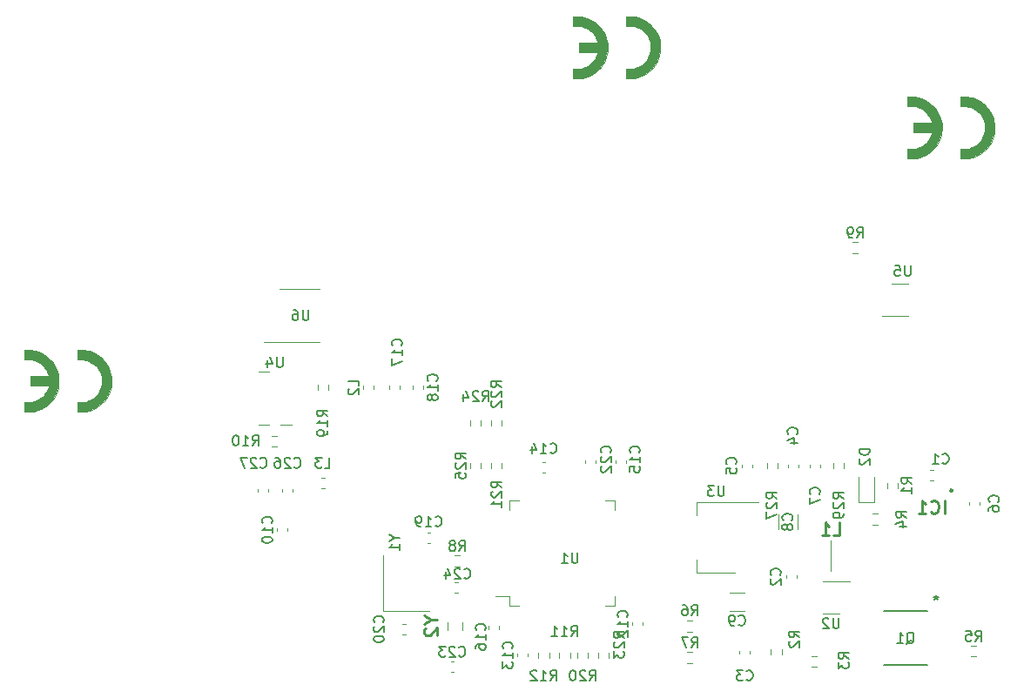
<source format=gbr>
%TF.GenerationSoftware,KiCad,Pcbnew,7.0.8*%
%TF.CreationDate,2023-11-09T17:42:37+01:00*%
%TF.ProjectId,Suspension_telemetry,53757370-656e-4736-996f-6e5f74656c65,rev?*%
%TF.SameCoordinates,Original*%
%TF.FileFunction,Legend,Bot*%
%TF.FilePolarity,Positive*%
%FSLAX46Y46*%
G04 Gerber Fmt 4.6, Leading zero omitted, Abs format (unit mm)*
G04 Created by KiCad (PCBNEW 7.0.8) date 2023-11-09 17:42:37*
%MOMM*%
%LPD*%
G01*
G04 APERTURE LIST*
%ADD10C,0.150000*%
%ADD11C,0.254000*%
%ADD12C,0.120000*%
%ADD13C,0.152400*%
%ADD14C,0.250000*%
%ADD15C,0.010000*%
%ADD16C,0.100000*%
G04 APERTURE END LIST*
D10*
X108150819Y-116197142D02*
X107674628Y-115863809D01*
X108150819Y-115625714D02*
X107150819Y-115625714D01*
X107150819Y-115625714D02*
X107150819Y-116006666D01*
X107150819Y-116006666D02*
X107198438Y-116101904D01*
X107198438Y-116101904D02*
X107246057Y-116149523D01*
X107246057Y-116149523D02*
X107341295Y-116197142D01*
X107341295Y-116197142D02*
X107484152Y-116197142D01*
X107484152Y-116197142D02*
X107579390Y-116149523D01*
X107579390Y-116149523D02*
X107627009Y-116101904D01*
X107627009Y-116101904D02*
X107674628Y-116006666D01*
X107674628Y-116006666D02*
X107674628Y-115625714D01*
X107246057Y-116578095D02*
X107198438Y-116625714D01*
X107198438Y-116625714D02*
X107150819Y-116720952D01*
X107150819Y-116720952D02*
X107150819Y-116959047D01*
X107150819Y-116959047D02*
X107198438Y-117054285D01*
X107198438Y-117054285D02*
X107246057Y-117101904D01*
X107246057Y-117101904D02*
X107341295Y-117149523D01*
X107341295Y-117149523D02*
X107436533Y-117149523D01*
X107436533Y-117149523D02*
X107579390Y-117101904D01*
X107579390Y-117101904D02*
X108150819Y-116530476D01*
X108150819Y-116530476D02*
X108150819Y-117149523D01*
X107150819Y-117482857D02*
X107150819Y-118101904D01*
X107150819Y-118101904D02*
X107531771Y-117768571D01*
X107531771Y-117768571D02*
X107531771Y-117911428D01*
X107531771Y-117911428D02*
X107579390Y-118006666D01*
X107579390Y-118006666D02*
X107627009Y-118054285D01*
X107627009Y-118054285D02*
X107722247Y-118101904D01*
X107722247Y-118101904D02*
X107960342Y-118101904D01*
X107960342Y-118101904D02*
X108055580Y-118054285D01*
X108055580Y-118054285D02*
X108103200Y-118006666D01*
X108103200Y-118006666D02*
X108150819Y-117911428D01*
X108150819Y-117911428D02*
X108150819Y-117625714D01*
X108150819Y-117625714D02*
X108103200Y-117530476D01*
X108103200Y-117530476D02*
X108055580Y-117482857D01*
X104782857Y-120342819D02*
X105116190Y-119866628D01*
X105354285Y-120342819D02*
X105354285Y-119342819D01*
X105354285Y-119342819D02*
X104973333Y-119342819D01*
X104973333Y-119342819D02*
X104878095Y-119390438D01*
X104878095Y-119390438D02*
X104830476Y-119438057D01*
X104830476Y-119438057D02*
X104782857Y-119533295D01*
X104782857Y-119533295D02*
X104782857Y-119676152D01*
X104782857Y-119676152D02*
X104830476Y-119771390D01*
X104830476Y-119771390D02*
X104878095Y-119819009D01*
X104878095Y-119819009D02*
X104973333Y-119866628D01*
X104973333Y-119866628D02*
X105354285Y-119866628D01*
X104401904Y-119438057D02*
X104354285Y-119390438D01*
X104354285Y-119390438D02*
X104259047Y-119342819D01*
X104259047Y-119342819D02*
X104020952Y-119342819D01*
X104020952Y-119342819D02*
X103925714Y-119390438D01*
X103925714Y-119390438D02*
X103878095Y-119438057D01*
X103878095Y-119438057D02*
X103830476Y-119533295D01*
X103830476Y-119533295D02*
X103830476Y-119628533D01*
X103830476Y-119628533D02*
X103878095Y-119771390D01*
X103878095Y-119771390D02*
X104449523Y-120342819D01*
X104449523Y-120342819D02*
X103830476Y-120342819D01*
X103211428Y-119342819D02*
X103116190Y-119342819D01*
X103116190Y-119342819D02*
X103020952Y-119390438D01*
X103020952Y-119390438D02*
X102973333Y-119438057D01*
X102973333Y-119438057D02*
X102925714Y-119533295D01*
X102925714Y-119533295D02*
X102878095Y-119723771D01*
X102878095Y-119723771D02*
X102878095Y-119961866D01*
X102878095Y-119961866D02*
X102925714Y-120152342D01*
X102925714Y-120152342D02*
X102973333Y-120247580D01*
X102973333Y-120247580D02*
X103020952Y-120295200D01*
X103020952Y-120295200D02*
X103116190Y-120342819D01*
X103116190Y-120342819D02*
X103211428Y-120342819D01*
X103211428Y-120342819D02*
X103306666Y-120295200D01*
X103306666Y-120295200D02*
X103354285Y-120247580D01*
X103354285Y-120247580D02*
X103401904Y-120152342D01*
X103401904Y-120152342D02*
X103449523Y-119961866D01*
X103449523Y-119961866D02*
X103449523Y-119723771D01*
X103449523Y-119723771D02*
X103401904Y-119533295D01*
X103401904Y-119533295D02*
X103354285Y-119438057D01*
X103354285Y-119438057D02*
X103306666Y-119390438D01*
X103306666Y-119390438D02*
X103211428Y-119342819D01*
X135615638Y-116755057D02*
X135710876Y-116707438D01*
X135710876Y-116707438D02*
X135806114Y-116612200D01*
X135806114Y-116612200D02*
X135948971Y-116469342D01*
X135948971Y-116469342D02*
X136044209Y-116421723D01*
X136044209Y-116421723D02*
X136139447Y-116421723D01*
X136091828Y-116659819D02*
X136187066Y-116612200D01*
X136187066Y-116612200D02*
X136282304Y-116516961D01*
X136282304Y-116516961D02*
X136329923Y-116326485D01*
X136329923Y-116326485D02*
X136329923Y-115993152D01*
X136329923Y-115993152D02*
X136282304Y-115802676D01*
X136282304Y-115802676D02*
X136187066Y-115707438D01*
X136187066Y-115707438D02*
X136091828Y-115659819D01*
X136091828Y-115659819D02*
X135901352Y-115659819D01*
X135901352Y-115659819D02*
X135806114Y-115707438D01*
X135806114Y-115707438D02*
X135710876Y-115802676D01*
X135710876Y-115802676D02*
X135663257Y-115993152D01*
X135663257Y-115993152D02*
X135663257Y-116326485D01*
X135663257Y-116326485D02*
X135710876Y-116516961D01*
X135710876Y-116516961D02*
X135806114Y-116612200D01*
X135806114Y-116612200D02*
X135901352Y-116659819D01*
X135901352Y-116659819D02*
X136091828Y-116659819D01*
X134710876Y-116659819D02*
X135282304Y-116659819D01*
X134996590Y-116659819D02*
X134996590Y-115659819D01*
X134996590Y-115659819D02*
X135091828Y-115802676D01*
X135091828Y-115802676D02*
X135187066Y-115897914D01*
X135187066Y-115897914D02*
X135282304Y-115945533D01*
X138498549Y-112053019D02*
X138498549Y-112291114D01*
X138736644Y-112195876D02*
X138498549Y-112291114D01*
X138498549Y-112291114D02*
X138260454Y-112195876D01*
X138641406Y-112481590D02*
X138498549Y-112291114D01*
X138498549Y-112291114D02*
X138355692Y-112481590D01*
X138498549Y-112053019D02*
X138498549Y-112291114D01*
X138736644Y-112195876D02*
X138498549Y-112291114D01*
X138498549Y-112291114D02*
X138260454Y-112195876D01*
X138641406Y-112481590D02*
X138498549Y-112291114D01*
X138498549Y-112291114D02*
X138355692Y-112481590D01*
D11*
X139300162Y-104079318D02*
X139300162Y-102809318D01*
X137969685Y-103958365D02*
X138030161Y-104018842D01*
X138030161Y-104018842D02*
X138211590Y-104079318D01*
X138211590Y-104079318D02*
X138332542Y-104079318D01*
X138332542Y-104079318D02*
X138513971Y-104018842D01*
X138513971Y-104018842D02*
X138634923Y-103897889D01*
X138634923Y-103897889D02*
X138695400Y-103776937D01*
X138695400Y-103776937D02*
X138755876Y-103535032D01*
X138755876Y-103535032D02*
X138755876Y-103353603D01*
X138755876Y-103353603D02*
X138695400Y-103111699D01*
X138695400Y-103111699D02*
X138634923Y-102990746D01*
X138634923Y-102990746D02*
X138513971Y-102869794D01*
X138513971Y-102869794D02*
X138332542Y-102809318D01*
X138332542Y-102809318D02*
X138211590Y-102809318D01*
X138211590Y-102809318D02*
X138030161Y-102869794D01*
X138030161Y-102869794D02*
X137969685Y-102930270D01*
X136760161Y-104079318D02*
X137485876Y-104079318D01*
X137123019Y-104079318D02*
X137123019Y-102809318D01*
X137123019Y-102809318D02*
X137243971Y-102990746D01*
X137243971Y-102990746D02*
X137364923Y-103111699D01*
X137364923Y-103111699D02*
X137485876Y-103172175D01*
D10*
X96212819Y-91813142D02*
X95736628Y-91479809D01*
X96212819Y-91241714D02*
X95212819Y-91241714D01*
X95212819Y-91241714D02*
X95212819Y-91622666D01*
X95212819Y-91622666D02*
X95260438Y-91717904D01*
X95260438Y-91717904D02*
X95308057Y-91765523D01*
X95308057Y-91765523D02*
X95403295Y-91813142D01*
X95403295Y-91813142D02*
X95546152Y-91813142D01*
X95546152Y-91813142D02*
X95641390Y-91765523D01*
X95641390Y-91765523D02*
X95689009Y-91717904D01*
X95689009Y-91717904D02*
X95736628Y-91622666D01*
X95736628Y-91622666D02*
X95736628Y-91241714D01*
X95308057Y-92194095D02*
X95260438Y-92241714D01*
X95260438Y-92241714D02*
X95212819Y-92336952D01*
X95212819Y-92336952D02*
X95212819Y-92575047D01*
X95212819Y-92575047D02*
X95260438Y-92670285D01*
X95260438Y-92670285D02*
X95308057Y-92717904D01*
X95308057Y-92717904D02*
X95403295Y-92765523D01*
X95403295Y-92765523D02*
X95498533Y-92765523D01*
X95498533Y-92765523D02*
X95641390Y-92717904D01*
X95641390Y-92717904D02*
X96212819Y-92146476D01*
X96212819Y-92146476D02*
X96212819Y-92765523D01*
X95308057Y-93146476D02*
X95260438Y-93194095D01*
X95260438Y-93194095D02*
X95212819Y-93289333D01*
X95212819Y-93289333D02*
X95212819Y-93527428D01*
X95212819Y-93527428D02*
X95260438Y-93622666D01*
X95260438Y-93622666D02*
X95308057Y-93670285D01*
X95308057Y-93670285D02*
X95403295Y-93717904D01*
X95403295Y-93717904D02*
X95498533Y-93717904D01*
X95498533Y-93717904D02*
X95641390Y-93670285D01*
X95641390Y-93670285D02*
X96212819Y-93098857D01*
X96212819Y-93098857D02*
X96212819Y-93717904D01*
X119304066Y-114883980D02*
X119351685Y-114931600D01*
X119351685Y-114931600D02*
X119494542Y-114979219D01*
X119494542Y-114979219D02*
X119589780Y-114979219D01*
X119589780Y-114979219D02*
X119732637Y-114931600D01*
X119732637Y-114931600D02*
X119827875Y-114836361D01*
X119827875Y-114836361D02*
X119875494Y-114741123D01*
X119875494Y-114741123D02*
X119923113Y-114550647D01*
X119923113Y-114550647D02*
X119923113Y-114407790D01*
X119923113Y-114407790D02*
X119875494Y-114217314D01*
X119875494Y-114217314D02*
X119827875Y-114122076D01*
X119827875Y-114122076D02*
X119732637Y-114026838D01*
X119732637Y-114026838D02*
X119589780Y-113979219D01*
X119589780Y-113979219D02*
X119494542Y-113979219D01*
X119494542Y-113979219D02*
X119351685Y-114026838D01*
X119351685Y-114026838D02*
X119304066Y-114074457D01*
X118827875Y-114979219D02*
X118637399Y-114979219D01*
X118637399Y-114979219D02*
X118542161Y-114931600D01*
X118542161Y-114931600D02*
X118494542Y-114883980D01*
X118494542Y-114883980D02*
X118399304Y-114741123D01*
X118399304Y-114741123D02*
X118351685Y-114550647D01*
X118351685Y-114550647D02*
X118351685Y-114169695D01*
X118351685Y-114169695D02*
X118399304Y-114074457D01*
X118399304Y-114074457D02*
X118446923Y-114026838D01*
X118446923Y-114026838D02*
X118542161Y-113979219D01*
X118542161Y-113979219D02*
X118732637Y-113979219D01*
X118732637Y-113979219D02*
X118827875Y-114026838D01*
X118827875Y-114026838D02*
X118875494Y-114074457D01*
X118875494Y-114074457D02*
X118923113Y-114169695D01*
X118923113Y-114169695D02*
X118923113Y-114407790D01*
X118923113Y-114407790D02*
X118875494Y-114503028D01*
X118875494Y-114503028D02*
X118827875Y-114550647D01*
X118827875Y-114550647D02*
X118732637Y-114598266D01*
X118732637Y-114598266D02*
X118542161Y-114598266D01*
X118542161Y-114598266D02*
X118446923Y-114550647D01*
X118446923Y-114550647D02*
X118399304Y-114503028D01*
X118399304Y-114503028D02*
X118351685Y-114407790D01*
X82336819Y-91654333D02*
X82336819Y-91178143D01*
X82336819Y-91178143D02*
X81336819Y-91178143D01*
X81432057Y-91940048D02*
X81384438Y-91987667D01*
X81384438Y-91987667D02*
X81336819Y-92082905D01*
X81336819Y-92082905D02*
X81336819Y-92321000D01*
X81336819Y-92321000D02*
X81384438Y-92416238D01*
X81384438Y-92416238D02*
X81432057Y-92463857D01*
X81432057Y-92463857D02*
X81527295Y-92511476D01*
X81527295Y-92511476D02*
X81622533Y-92511476D01*
X81622533Y-92511476D02*
X81765390Y-92463857D01*
X81765390Y-92463857D02*
X82336819Y-91892429D01*
X82336819Y-91892429D02*
X82336819Y-92511476D01*
X114732066Y-117134819D02*
X115065399Y-116658628D01*
X115303494Y-117134819D02*
X115303494Y-116134819D01*
X115303494Y-116134819D02*
X114922542Y-116134819D01*
X114922542Y-116134819D02*
X114827304Y-116182438D01*
X114827304Y-116182438D02*
X114779685Y-116230057D01*
X114779685Y-116230057D02*
X114732066Y-116325295D01*
X114732066Y-116325295D02*
X114732066Y-116468152D01*
X114732066Y-116468152D02*
X114779685Y-116563390D01*
X114779685Y-116563390D02*
X114827304Y-116611009D01*
X114827304Y-116611009D02*
X114922542Y-116658628D01*
X114922542Y-116658628D02*
X115303494Y-116658628D01*
X114398732Y-116134819D02*
X113732066Y-116134819D01*
X113732066Y-116134819D02*
X114160637Y-117134819D01*
X123009819Y-102634642D02*
X122533628Y-102301309D01*
X123009819Y-102063214D02*
X122009819Y-102063214D01*
X122009819Y-102063214D02*
X122009819Y-102444166D01*
X122009819Y-102444166D02*
X122057438Y-102539404D01*
X122057438Y-102539404D02*
X122105057Y-102587023D01*
X122105057Y-102587023D02*
X122200295Y-102634642D01*
X122200295Y-102634642D02*
X122343152Y-102634642D01*
X122343152Y-102634642D02*
X122438390Y-102587023D01*
X122438390Y-102587023D02*
X122486009Y-102539404D01*
X122486009Y-102539404D02*
X122533628Y-102444166D01*
X122533628Y-102444166D02*
X122533628Y-102063214D01*
X122105057Y-103015595D02*
X122057438Y-103063214D01*
X122057438Y-103063214D02*
X122009819Y-103158452D01*
X122009819Y-103158452D02*
X122009819Y-103396547D01*
X122009819Y-103396547D02*
X122057438Y-103491785D01*
X122057438Y-103491785D02*
X122105057Y-103539404D01*
X122105057Y-103539404D02*
X122200295Y-103587023D01*
X122200295Y-103587023D02*
X122295533Y-103587023D01*
X122295533Y-103587023D02*
X122438390Y-103539404D01*
X122438390Y-103539404D02*
X123009819Y-102967976D01*
X123009819Y-102967976D02*
X123009819Y-103587023D01*
X122009819Y-103920357D02*
X122009819Y-104587023D01*
X122009819Y-104587023D02*
X123009819Y-104158452D01*
X94368857Y-93164819D02*
X94702190Y-92688628D01*
X94940285Y-93164819D02*
X94940285Y-92164819D01*
X94940285Y-92164819D02*
X94559333Y-92164819D01*
X94559333Y-92164819D02*
X94464095Y-92212438D01*
X94464095Y-92212438D02*
X94416476Y-92260057D01*
X94416476Y-92260057D02*
X94368857Y-92355295D01*
X94368857Y-92355295D02*
X94368857Y-92498152D01*
X94368857Y-92498152D02*
X94416476Y-92593390D01*
X94416476Y-92593390D02*
X94464095Y-92641009D01*
X94464095Y-92641009D02*
X94559333Y-92688628D01*
X94559333Y-92688628D02*
X94940285Y-92688628D01*
X93987904Y-92260057D02*
X93940285Y-92212438D01*
X93940285Y-92212438D02*
X93845047Y-92164819D01*
X93845047Y-92164819D02*
X93606952Y-92164819D01*
X93606952Y-92164819D02*
X93511714Y-92212438D01*
X93511714Y-92212438D02*
X93464095Y-92260057D01*
X93464095Y-92260057D02*
X93416476Y-92355295D01*
X93416476Y-92355295D02*
X93416476Y-92450533D01*
X93416476Y-92450533D02*
X93464095Y-92593390D01*
X93464095Y-92593390D02*
X94035523Y-93164819D01*
X94035523Y-93164819D02*
X93416476Y-93164819D01*
X92559333Y-92498152D02*
X92559333Y-93164819D01*
X92797428Y-92117200D02*
X93035523Y-92831485D01*
X93035523Y-92831485D02*
X92416476Y-92831485D01*
X72016857Y-97482819D02*
X72350190Y-97006628D01*
X72588285Y-97482819D02*
X72588285Y-96482819D01*
X72588285Y-96482819D02*
X72207333Y-96482819D01*
X72207333Y-96482819D02*
X72112095Y-96530438D01*
X72112095Y-96530438D02*
X72064476Y-96578057D01*
X72064476Y-96578057D02*
X72016857Y-96673295D01*
X72016857Y-96673295D02*
X72016857Y-96816152D01*
X72016857Y-96816152D02*
X72064476Y-96911390D01*
X72064476Y-96911390D02*
X72112095Y-96959009D01*
X72112095Y-96959009D02*
X72207333Y-97006628D01*
X72207333Y-97006628D02*
X72588285Y-97006628D01*
X71064476Y-97482819D02*
X71635904Y-97482819D01*
X71350190Y-97482819D02*
X71350190Y-96482819D01*
X71350190Y-96482819D02*
X71445428Y-96625676D01*
X71445428Y-96625676D02*
X71540666Y-96720914D01*
X71540666Y-96720914D02*
X71635904Y-96768533D01*
X70445428Y-96482819D02*
X70350190Y-96482819D01*
X70350190Y-96482819D02*
X70254952Y-96530438D01*
X70254952Y-96530438D02*
X70207333Y-96578057D01*
X70207333Y-96578057D02*
X70159714Y-96673295D01*
X70159714Y-96673295D02*
X70112095Y-96863771D01*
X70112095Y-96863771D02*
X70112095Y-97101866D01*
X70112095Y-97101866D02*
X70159714Y-97292342D01*
X70159714Y-97292342D02*
X70207333Y-97387580D01*
X70207333Y-97387580D02*
X70254952Y-97435200D01*
X70254952Y-97435200D02*
X70350190Y-97482819D01*
X70350190Y-97482819D02*
X70445428Y-97482819D01*
X70445428Y-97482819D02*
X70540666Y-97435200D01*
X70540666Y-97435200D02*
X70588285Y-97387580D01*
X70588285Y-97387580D02*
X70635904Y-97292342D01*
X70635904Y-97292342D02*
X70683523Y-97101866D01*
X70683523Y-97101866D02*
X70683523Y-96863771D01*
X70683523Y-96863771D02*
X70635904Y-96673295D01*
X70635904Y-96673295D02*
X70588285Y-96578057D01*
X70588285Y-96578057D02*
X70540666Y-96530438D01*
X70540666Y-96530438D02*
X70445428Y-96482819D01*
X136135219Y-101179333D02*
X135659028Y-100846000D01*
X136135219Y-100607905D02*
X135135219Y-100607905D01*
X135135219Y-100607905D02*
X135135219Y-100988857D01*
X135135219Y-100988857D02*
X135182838Y-101084095D01*
X135182838Y-101084095D02*
X135230457Y-101131714D01*
X135230457Y-101131714D02*
X135325695Y-101179333D01*
X135325695Y-101179333D02*
X135468552Y-101179333D01*
X135468552Y-101179333D02*
X135563790Y-101131714D01*
X135563790Y-101131714D02*
X135611409Y-101084095D01*
X135611409Y-101084095D02*
X135659028Y-100988857D01*
X135659028Y-100988857D02*
X135659028Y-100607905D01*
X136135219Y-102131714D02*
X136135219Y-101560286D01*
X136135219Y-101846000D02*
X135135219Y-101846000D01*
X135135219Y-101846000D02*
X135278076Y-101750762D01*
X135278076Y-101750762D02*
X135373314Y-101655524D01*
X135373314Y-101655524D02*
X135420933Y-101560286D01*
X117867304Y-101380819D02*
X117867304Y-102190342D01*
X117867304Y-102190342D02*
X117819685Y-102285580D01*
X117819685Y-102285580D02*
X117772066Y-102333200D01*
X117772066Y-102333200D02*
X117676828Y-102380819D01*
X117676828Y-102380819D02*
X117486352Y-102380819D01*
X117486352Y-102380819D02*
X117391114Y-102333200D01*
X117391114Y-102333200D02*
X117343495Y-102285580D01*
X117343495Y-102285580D02*
X117295876Y-102190342D01*
X117295876Y-102190342D02*
X117295876Y-101380819D01*
X116914923Y-101380819D02*
X116295876Y-101380819D01*
X116295876Y-101380819D02*
X116629209Y-101761771D01*
X116629209Y-101761771D02*
X116486352Y-101761771D01*
X116486352Y-101761771D02*
X116391114Y-101809390D01*
X116391114Y-101809390D02*
X116343495Y-101857009D01*
X116343495Y-101857009D02*
X116295876Y-101952247D01*
X116295876Y-101952247D02*
X116295876Y-102190342D01*
X116295876Y-102190342D02*
X116343495Y-102285580D01*
X116343495Y-102285580D02*
X116391114Y-102333200D01*
X116391114Y-102333200D02*
X116486352Y-102380819D01*
X116486352Y-102380819D02*
X116772066Y-102380819D01*
X116772066Y-102380819D02*
X116867304Y-102333200D01*
X116867304Y-102333200D02*
X116914923Y-102285580D01*
X129031904Y-114262819D02*
X129031904Y-115072342D01*
X129031904Y-115072342D02*
X128984285Y-115167580D01*
X128984285Y-115167580D02*
X128936666Y-115215200D01*
X128936666Y-115215200D02*
X128841428Y-115262819D01*
X128841428Y-115262819D02*
X128650952Y-115262819D01*
X128650952Y-115262819D02*
X128555714Y-115215200D01*
X128555714Y-115215200D02*
X128508095Y-115167580D01*
X128508095Y-115167580D02*
X128460476Y-115072342D01*
X128460476Y-115072342D02*
X128460476Y-114262819D01*
X128031904Y-114358057D02*
X127984285Y-114310438D01*
X127984285Y-114310438D02*
X127889047Y-114262819D01*
X127889047Y-114262819D02*
X127650952Y-114262819D01*
X127650952Y-114262819D02*
X127555714Y-114310438D01*
X127555714Y-114310438D02*
X127508095Y-114358057D01*
X127508095Y-114358057D02*
X127460476Y-114453295D01*
X127460476Y-114453295D02*
X127460476Y-114548533D01*
X127460476Y-114548533D02*
X127508095Y-114691390D01*
X127508095Y-114691390D02*
X128079523Y-115262819D01*
X128079523Y-115262819D02*
X127460476Y-115262819D01*
X85830628Y-106457809D02*
X86306819Y-106457809D01*
X85306819Y-106124476D02*
X85830628Y-106457809D01*
X85830628Y-106457809D02*
X85306819Y-106791142D01*
X86306819Y-107648285D02*
X86306819Y-107076857D01*
X86306819Y-107362571D02*
X85306819Y-107362571D01*
X85306819Y-107362571D02*
X85449676Y-107267333D01*
X85449676Y-107267333D02*
X85544914Y-107172095D01*
X85544914Y-107172095D02*
X85592533Y-107076857D01*
X100984257Y-98149580D02*
X101031876Y-98197200D01*
X101031876Y-98197200D02*
X101174733Y-98244819D01*
X101174733Y-98244819D02*
X101269971Y-98244819D01*
X101269971Y-98244819D02*
X101412828Y-98197200D01*
X101412828Y-98197200D02*
X101508066Y-98101961D01*
X101508066Y-98101961D02*
X101555685Y-98006723D01*
X101555685Y-98006723D02*
X101603304Y-97816247D01*
X101603304Y-97816247D02*
X101603304Y-97673390D01*
X101603304Y-97673390D02*
X101555685Y-97482914D01*
X101555685Y-97482914D02*
X101508066Y-97387676D01*
X101508066Y-97387676D02*
X101412828Y-97292438D01*
X101412828Y-97292438D02*
X101269971Y-97244819D01*
X101269971Y-97244819D02*
X101174733Y-97244819D01*
X101174733Y-97244819D02*
X101031876Y-97292438D01*
X101031876Y-97292438D02*
X100984257Y-97340057D01*
X100031876Y-98244819D02*
X100603304Y-98244819D01*
X100317590Y-98244819D02*
X100317590Y-97244819D01*
X100317590Y-97244819D02*
X100412828Y-97387676D01*
X100412828Y-97387676D02*
X100508066Y-97482914D01*
X100508066Y-97482914D02*
X100603304Y-97530533D01*
X99174733Y-97578152D02*
X99174733Y-98244819D01*
X99412828Y-97197200D02*
X99650923Y-97911485D01*
X99650923Y-97911485D02*
X99031876Y-97911485D01*
D11*
X128481666Y-106238318D02*
X129086428Y-106238318D01*
X129086428Y-106238318D02*
X129086428Y-104968318D01*
X127393094Y-106238318D02*
X128118809Y-106238318D01*
X127755952Y-106238318D02*
X127755952Y-104968318D01*
X127755952Y-104968318D02*
X127876904Y-105149746D01*
X127876904Y-105149746D02*
X127997856Y-105270699D01*
X127997856Y-105270699D02*
X128118809Y-105331175D01*
D10*
X108414980Y-114165142D02*
X108462600Y-114117523D01*
X108462600Y-114117523D02*
X108510219Y-113974666D01*
X108510219Y-113974666D02*
X108510219Y-113879428D01*
X108510219Y-113879428D02*
X108462600Y-113736571D01*
X108462600Y-113736571D02*
X108367361Y-113641333D01*
X108367361Y-113641333D02*
X108272123Y-113593714D01*
X108272123Y-113593714D02*
X108081647Y-113546095D01*
X108081647Y-113546095D02*
X107938790Y-113546095D01*
X107938790Y-113546095D02*
X107748314Y-113593714D01*
X107748314Y-113593714D02*
X107653076Y-113641333D01*
X107653076Y-113641333D02*
X107557838Y-113736571D01*
X107557838Y-113736571D02*
X107510219Y-113879428D01*
X107510219Y-113879428D02*
X107510219Y-113974666D01*
X107510219Y-113974666D02*
X107557838Y-114117523D01*
X107557838Y-114117523D02*
X107605457Y-114165142D01*
X108510219Y-115117523D02*
X108510219Y-114546095D01*
X108510219Y-114831809D02*
X107510219Y-114831809D01*
X107510219Y-114831809D02*
X107653076Y-114736571D01*
X107653076Y-114736571D02*
X107748314Y-114641333D01*
X107748314Y-114641333D02*
X107795933Y-114546095D01*
X107605457Y-115498476D02*
X107557838Y-115546095D01*
X107557838Y-115546095D02*
X107510219Y-115641333D01*
X107510219Y-115641333D02*
X107510219Y-115879428D01*
X107510219Y-115879428D02*
X107557838Y-115974666D01*
X107557838Y-115974666D02*
X107605457Y-116022285D01*
X107605457Y-116022285D02*
X107700695Y-116069904D01*
X107700695Y-116069904D02*
X107795933Y-116069904D01*
X107795933Y-116069904D02*
X107938790Y-116022285D01*
X107938790Y-116022285D02*
X108510219Y-115450857D01*
X108510219Y-115450857D02*
X108510219Y-116069904D01*
X124449980Y-104735333D02*
X124497600Y-104687714D01*
X124497600Y-104687714D02*
X124545219Y-104544857D01*
X124545219Y-104544857D02*
X124545219Y-104449619D01*
X124545219Y-104449619D02*
X124497600Y-104306762D01*
X124497600Y-104306762D02*
X124402361Y-104211524D01*
X124402361Y-104211524D02*
X124307123Y-104163905D01*
X124307123Y-104163905D02*
X124116647Y-104116286D01*
X124116647Y-104116286D02*
X123973790Y-104116286D01*
X123973790Y-104116286D02*
X123783314Y-104163905D01*
X123783314Y-104163905D02*
X123688076Y-104211524D01*
X123688076Y-104211524D02*
X123592838Y-104306762D01*
X123592838Y-104306762D02*
X123545219Y-104449619D01*
X123545219Y-104449619D02*
X123545219Y-104544857D01*
X123545219Y-104544857D02*
X123592838Y-104687714D01*
X123592838Y-104687714D02*
X123640457Y-104735333D01*
X123973790Y-105306762D02*
X123926171Y-105211524D01*
X123926171Y-105211524D02*
X123878552Y-105163905D01*
X123878552Y-105163905D02*
X123783314Y-105116286D01*
X123783314Y-105116286D02*
X123735695Y-105116286D01*
X123735695Y-105116286D02*
X123640457Y-105163905D01*
X123640457Y-105163905D02*
X123592838Y-105211524D01*
X123592838Y-105211524D02*
X123545219Y-105306762D01*
X123545219Y-105306762D02*
X123545219Y-105497238D01*
X123545219Y-105497238D02*
X123592838Y-105592476D01*
X123592838Y-105592476D02*
X123640457Y-105640095D01*
X123640457Y-105640095D02*
X123735695Y-105687714D01*
X123735695Y-105687714D02*
X123783314Y-105687714D01*
X123783314Y-105687714D02*
X123878552Y-105640095D01*
X123878552Y-105640095D02*
X123926171Y-105592476D01*
X123926171Y-105592476D02*
X123973790Y-105497238D01*
X123973790Y-105497238D02*
X123973790Y-105306762D01*
X123973790Y-105306762D02*
X124021409Y-105211524D01*
X124021409Y-105211524D02*
X124069028Y-105163905D01*
X124069028Y-105163905D02*
X124164266Y-105116286D01*
X124164266Y-105116286D02*
X124354742Y-105116286D01*
X124354742Y-105116286D02*
X124449980Y-105163905D01*
X124449980Y-105163905D02*
X124497600Y-105211524D01*
X124497600Y-105211524D02*
X124545219Y-105306762D01*
X124545219Y-105306762D02*
X124545219Y-105497238D01*
X124545219Y-105497238D02*
X124497600Y-105592476D01*
X124497600Y-105592476D02*
X124449980Y-105640095D01*
X124449980Y-105640095D02*
X124354742Y-105687714D01*
X124354742Y-105687714D02*
X124164266Y-105687714D01*
X124164266Y-105687714D02*
X124069028Y-105640095D01*
X124069028Y-105640095D02*
X124021409Y-105592476D01*
X124021409Y-105592476D02*
X123973790Y-105497238D01*
X77469904Y-84290819D02*
X77469904Y-85100342D01*
X77469904Y-85100342D02*
X77422285Y-85195580D01*
X77422285Y-85195580D02*
X77374666Y-85243200D01*
X77374666Y-85243200D02*
X77279428Y-85290819D01*
X77279428Y-85290819D02*
X77088952Y-85290819D01*
X77088952Y-85290819D02*
X76993714Y-85243200D01*
X76993714Y-85243200D02*
X76946095Y-85195580D01*
X76946095Y-85195580D02*
X76898476Y-85100342D01*
X76898476Y-85100342D02*
X76898476Y-84290819D01*
X75993714Y-84290819D02*
X76184190Y-84290819D01*
X76184190Y-84290819D02*
X76279428Y-84338438D01*
X76279428Y-84338438D02*
X76327047Y-84386057D01*
X76327047Y-84386057D02*
X76422285Y-84528914D01*
X76422285Y-84528914D02*
X76469904Y-84719390D01*
X76469904Y-84719390D02*
X76469904Y-85100342D01*
X76469904Y-85100342D02*
X76422285Y-85195580D01*
X76422285Y-85195580D02*
X76374666Y-85243200D01*
X76374666Y-85243200D02*
X76279428Y-85290819D01*
X76279428Y-85290819D02*
X76088952Y-85290819D01*
X76088952Y-85290819D02*
X75993714Y-85243200D01*
X75993714Y-85243200D02*
X75946095Y-85195580D01*
X75946095Y-85195580D02*
X75898476Y-85100342D01*
X75898476Y-85100342D02*
X75898476Y-84862247D01*
X75898476Y-84862247D02*
X75946095Y-84767009D01*
X75946095Y-84767009D02*
X75993714Y-84719390D01*
X75993714Y-84719390D02*
X76088952Y-84671771D01*
X76088952Y-84671771D02*
X76279428Y-84671771D01*
X76279428Y-84671771D02*
X76374666Y-84719390D01*
X76374666Y-84719390D02*
X76422285Y-84767009D01*
X76422285Y-84767009D02*
X76469904Y-84862247D01*
X125180219Y-116134333D02*
X124704028Y-115801000D01*
X125180219Y-115562905D02*
X124180219Y-115562905D01*
X124180219Y-115562905D02*
X124180219Y-115943857D01*
X124180219Y-115943857D02*
X124227838Y-116039095D01*
X124227838Y-116039095D02*
X124275457Y-116086714D01*
X124275457Y-116086714D02*
X124370695Y-116134333D01*
X124370695Y-116134333D02*
X124513552Y-116134333D01*
X124513552Y-116134333D02*
X124608790Y-116086714D01*
X124608790Y-116086714D02*
X124656409Y-116039095D01*
X124656409Y-116039095D02*
X124704028Y-115943857D01*
X124704028Y-115943857D02*
X124704028Y-115562905D01*
X124275457Y-116515286D02*
X124227838Y-116562905D01*
X124227838Y-116562905D02*
X124180219Y-116658143D01*
X124180219Y-116658143D02*
X124180219Y-116896238D01*
X124180219Y-116896238D02*
X124227838Y-116991476D01*
X124227838Y-116991476D02*
X124275457Y-117039095D01*
X124275457Y-117039095D02*
X124370695Y-117086714D01*
X124370695Y-117086714D02*
X124465933Y-117086714D01*
X124465933Y-117086714D02*
X124608790Y-117039095D01*
X124608790Y-117039095D02*
X125180219Y-116467667D01*
X125180219Y-116467667D02*
X125180219Y-117086714D01*
X139104666Y-99165580D02*
X139152285Y-99213200D01*
X139152285Y-99213200D02*
X139295142Y-99260819D01*
X139295142Y-99260819D02*
X139390380Y-99260819D01*
X139390380Y-99260819D02*
X139533237Y-99213200D01*
X139533237Y-99213200D02*
X139628475Y-99117961D01*
X139628475Y-99117961D02*
X139676094Y-99022723D01*
X139676094Y-99022723D02*
X139723713Y-98832247D01*
X139723713Y-98832247D02*
X139723713Y-98689390D01*
X139723713Y-98689390D02*
X139676094Y-98498914D01*
X139676094Y-98498914D02*
X139628475Y-98403676D01*
X139628475Y-98403676D02*
X139533237Y-98308438D01*
X139533237Y-98308438D02*
X139390380Y-98260819D01*
X139390380Y-98260819D02*
X139295142Y-98260819D01*
X139295142Y-98260819D02*
X139152285Y-98308438D01*
X139152285Y-98308438D02*
X139104666Y-98356057D01*
X138152285Y-99260819D02*
X138723713Y-99260819D01*
X138437999Y-99260819D02*
X138437999Y-98260819D01*
X138437999Y-98260819D02*
X138533237Y-98403676D01*
X138533237Y-98403676D02*
X138628475Y-98498914D01*
X138628475Y-98498914D02*
X138723713Y-98546533D01*
X89927580Y-91178142D02*
X89975200Y-91130523D01*
X89975200Y-91130523D02*
X90022819Y-90987666D01*
X90022819Y-90987666D02*
X90022819Y-90892428D01*
X90022819Y-90892428D02*
X89975200Y-90749571D01*
X89975200Y-90749571D02*
X89879961Y-90654333D01*
X89879961Y-90654333D02*
X89784723Y-90606714D01*
X89784723Y-90606714D02*
X89594247Y-90559095D01*
X89594247Y-90559095D02*
X89451390Y-90559095D01*
X89451390Y-90559095D02*
X89260914Y-90606714D01*
X89260914Y-90606714D02*
X89165676Y-90654333D01*
X89165676Y-90654333D02*
X89070438Y-90749571D01*
X89070438Y-90749571D02*
X89022819Y-90892428D01*
X89022819Y-90892428D02*
X89022819Y-90987666D01*
X89022819Y-90987666D02*
X89070438Y-91130523D01*
X89070438Y-91130523D02*
X89118057Y-91178142D01*
X90022819Y-92130523D02*
X90022819Y-91559095D01*
X90022819Y-91844809D02*
X89022819Y-91844809D01*
X89022819Y-91844809D02*
X89165676Y-91749571D01*
X89165676Y-91749571D02*
X89260914Y-91654333D01*
X89260914Y-91654333D02*
X89308533Y-91559095D01*
X89451390Y-92701952D02*
X89403771Y-92606714D01*
X89403771Y-92606714D02*
X89356152Y-92559095D01*
X89356152Y-92559095D02*
X89260914Y-92511476D01*
X89260914Y-92511476D02*
X89213295Y-92511476D01*
X89213295Y-92511476D02*
X89118057Y-92559095D01*
X89118057Y-92559095D02*
X89070438Y-92606714D01*
X89070438Y-92606714D02*
X89022819Y-92701952D01*
X89022819Y-92701952D02*
X89022819Y-92892428D01*
X89022819Y-92892428D02*
X89070438Y-92987666D01*
X89070438Y-92987666D02*
X89118057Y-93035285D01*
X89118057Y-93035285D02*
X89213295Y-93082904D01*
X89213295Y-93082904D02*
X89260914Y-93082904D01*
X89260914Y-93082904D02*
X89356152Y-93035285D01*
X89356152Y-93035285D02*
X89403771Y-92987666D01*
X89403771Y-92987666D02*
X89451390Y-92892428D01*
X89451390Y-92892428D02*
X89451390Y-92701952D01*
X89451390Y-92701952D02*
X89499009Y-92606714D01*
X89499009Y-92606714D02*
X89546628Y-92559095D01*
X89546628Y-92559095D02*
X89641866Y-92511476D01*
X89641866Y-92511476D02*
X89832342Y-92511476D01*
X89832342Y-92511476D02*
X89927580Y-92559095D01*
X89927580Y-92559095D02*
X89975200Y-92606714D01*
X89975200Y-92606714D02*
X90022819Y-92701952D01*
X90022819Y-92701952D02*
X90022819Y-92892428D01*
X90022819Y-92892428D02*
X89975200Y-92987666D01*
X89975200Y-92987666D02*
X89927580Y-93035285D01*
X89927580Y-93035285D02*
X89832342Y-93082904D01*
X89832342Y-93082904D02*
X89641866Y-93082904D01*
X89641866Y-93082904D02*
X89546628Y-93035285D01*
X89546628Y-93035285D02*
X89499009Y-92987666D01*
X89499009Y-92987666D02*
X89451390Y-92892428D01*
X132026819Y-97813905D02*
X131026819Y-97813905D01*
X131026819Y-97813905D02*
X131026819Y-98052000D01*
X131026819Y-98052000D02*
X131074438Y-98194857D01*
X131074438Y-98194857D02*
X131169676Y-98290095D01*
X131169676Y-98290095D02*
X131264914Y-98337714D01*
X131264914Y-98337714D02*
X131455390Y-98385333D01*
X131455390Y-98385333D02*
X131598247Y-98385333D01*
X131598247Y-98385333D02*
X131788723Y-98337714D01*
X131788723Y-98337714D02*
X131883961Y-98290095D01*
X131883961Y-98290095D02*
X131979200Y-98194857D01*
X131979200Y-98194857D02*
X132026819Y-98052000D01*
X132026819Y-98052000D02*
X132026819Y-97813905D01*
X131122057Y-98766286D02*
X131074438Y-98813905D01*
X131074438Y-98813905D02*
X131026819Y-98909143D01*
X131026819Y-98909143D02*
X131026819Y-99147238D01*
X131026819Y-99147238D02*
X131074438Y-99242476D01*
X131074438Y-99242476D02*
X131122057Y-99290095D01*
X131122057Y-99290095D02*
X131217295Y-99337714D01*
X131217295Y-99337714D02*
X131312533Y-99337714D01*
X131312533Y-99337714D02*
X131455390Y-99290095D01*
X131455390Y-99290095D02*
X132026819Y-98718667D01*
X132026819Y-98718667D02*
X132026819Y-99337714D01*
D11*
X89388956Y-114457238D02*
X89993718Y-114457238D01*
X88723718Y-114033905D02*
X89388956Y-114457238D01*
X89388956Y-114457238D02*
X88723718Y-114880572D01*
X88844670Y-115243428D02*
X88784194Y-115303904D01*
X88784194Y-115303904D02*
X88723718Y-115424857D01*
X88723718Y-115424857D02*
X88723718Y-115727238D01*
X88723718Y-115727238D02*
X88784194Y-115848190D01*
X88784194Y-115848190D02*
X88844670Y-115908666D01*
X88844670Y-115908666D02*
X88965622Y-115969143D01*
X88965622Y-115969143D02*
X89086575Y-115969143D01*
X89086575Y-115969143D02*
X89268003Y-115908666D01*
X89268003Y-115908666D02*
X89993718Y-115182952D01*
X89993718Y-115182952D02*
X89993718Y-115969143D01*
D10*
X92602257Y-110341580D02*
X92649876Y-110389200D01*
X92649876Y-110389200D02*
X92792733Y-110436819D01*
X92792733Y-110436819D02*
X92887971Y-110436819D01*
X92887971Y-110436819D02*
X93030828Y-110389200D01*
X93030828Y-110389200D02*
X93126066Y-110293961D01*
X93126066Y-110293961D02*
X93173685Y-110198723D01*
X93173685Y-110198723D02*
X93221304Y-110008247D01*
X93221304Y-110008247D02*
X93221304Y-109865390D01*
X93221304Y-109865390D02*
X93173685Y-109674914D01*
X93173685Y-109674914D02*
X93126066Y-109579676D01*
X93126066Y-109579676D02*
X93030828Y-109484438D01*
X93030828Y-109484438D02*
X92887971Y-109436819D01*
X92887971Y-109436819D02*
X92792733Y-109436819D01*
X92792733Y-109436819D02*
X92649876Y-109484438D01*
X92649876Y-109484438D02*
X92602257Y-109532057D01*
X92221304Y-109532057D02*
X92173685Y-109484438D01*
X92173685Y-109484438D02*
X92078447Y-109436819D01*
X92078447Y-109436819D02*
X91840352Y-109436819D01*
X91840352Y-109436819D02*
X91745114Y-109484438D01*
X91745114Y-109484438D02*
X91697495Y-109532057D01*
X91697495Y-109532057D02*
X91649876Y-109627295D01*
X91649876Y-109627295D02*
X91649876Y-109722533D01*
X91649876Y-109722533D02*
X91697495Y-109865390D01*
X91697495Y-109865390D02*
X92268923Y-110436819D01*
X92268923Y-110436819D02*
X91649876Y-110436819D01*
X90792733Y-109770152D02*
X90792733Y-110436819D01*
X91030828Y-109389200D02*
X91268923Y-110103485D01*
X91268923Y-110103485D02*
X90649876Y-110103485D01*
X144515980Y-102957333D02*
X144563600Y-102909714D01*
X144563600Y-102909714D02*
X144611219Y-102766857D01*
X144611219Y-102766857D02*
X144611219Y-102671619D01*
X144611219Y-102671619D02*
X144563600Y-102528762D01*
X144563600Y-102528762D02*
X144468361Y-102433524D01*
X144468361Y-102433524D02*
X144373123Y-102385905D01*
X144373123Y-102385905D02*
X144182647Y-102338286D01*
X144182647Y-102338286D02*
X144039790Y-102338286D01*
X144039790Y-102338286D02*
X143849314Y-102385905D01*
X143849314Y-102385905D02*
X143754076Y-102433524D01*
X143754076Y-102433524D02*
X143658838Y-102528762D01*
X143658838Y-102528762D02*
X143611219Y-102671619D01*
X143611219Y-102671619D02*
X143611219Y-102766857D01*
X143611219Y-102766857D02*
X143658838Y-102909714D01*
X143658838Y-102909714D02*
X143706457Y-102957333D01*
X143611219Y-103814476D02*
X143611219Y-103624000D01*
X143611219Y-103624000D02*
X143658838Y-103528762D01*
X143658838Y-103528762D02*
X143706457Y-103481143D01*
X143706457Y-103481143D02*
X143849314Y-103385905D01*
X143849314Y-103385905D02*
X144039790Y-103338286D01*
X144039790Y-103338286D02*
X144420742Y-103338286D01*
X144420742Y-103338286D02*
X144515980Y-103385905D01*
X144515980Y-103385905D02*
X144563600Y-103433524D01*
X144563600Y-103433524D02*
X144611219Y-103528762D01*
X144611219Y-103528762D02*
X144611219Y-103719238D01*
X144611219Y-103719238D02*
X144563600Y-103814476D01*
X144563600Y-103814476D02*
X144515980Y-103862095D01*
X144515980Y-103862095D02*
X144420742Y-103909714D01*
X144420742Y-103909714D02*
X144182647Y-103909714D01*
X144182647Y-103909714D02*
X144087409Y-103862095D01*
X144087409Y-103862095D02*
X144039790Y-103814476D01*
X144039790Y-103814476D02*
X143992171Y-103719238D01*
X143992171Y-103719238D02*
X143992171Y-103528762D01*
X143992171Y-103528762D02*
X144039790Y-103433524D01*
X144039790Y-103433524D02*
X144087409Y-103385905D01*
X144087409Y-103385905D02*
X144182647Y-103338286D01*
X123295580Y-110069333D02*
X123343200Y-110021714D01*
X123343200Y-110021714D02*
X123390819Y-109878857D01*
X123390819Y-109878857D02*
X123390819Y-109783619D01*
X123390819Y-109783619D02*
X123343200Y-109640762D01*
X123343200Y-109640762D02*
X123247961Y-109545524D01*
X123247961Y-109545524D02*
X123152723Y-109497905D01*
X123152723Y-109497905D02*
X122962247Y-109450286D01*
X122962247Y-109450286D02*
X122819390Y-109450286D01*
X122819390Y-109450286D02*
X122628914Y-109497905D01*
X122628914Y-109497905D02*
X122533676Y-109545524D01*
X122533676Y-109545524D02*
X122438438Y-109640762D01*
X122438438Y-109640762D02*
X122390819Y-109783619D01*
X122390819Y-109783619D02*
X122390819Y-109878857D01*
X122390819Y-109878857D02*
X122438438Y-110021714D01*
X122438438Y-110021714D02*
X122486057Y-110069333D01*
X122486057Y-110450286D02*
X122438438Y-110497905D01*
X122438438Y-110497905D02*
X122390819Y-110593143D01*
X122390819Y-110593143D02*
X122390819Y-110831238D01*
X122390819Y-110831238D02*
X122438438Y-110926476D01*
X122438438Y-110926476D02*
X122486057Y-110974095D01*
X122486057Y-110974095D02*
X122581295Y-111021714D01*
X122581295Y-111021714D02*
X122676533Y-111021714D01*
X122676533Y-111021714D02*
X122819390Y-110974095D01*
X122819390Y-110974095D02*
X123390819Y-110402667D01*
X123390819Y-110402667D02*
X123390819Y-111021714D01*
X135594219Y-104481333D02*
X135118028Y-104148000D01*
X135594219Y-103909905D02*
X134594219Y-103909905D01*
X134594219Y-103909905D02*
X134594219Y-104290857D01*
X134594219Y-104290857D02*
X134641838Y-104386095D01*
X134641838Y-104386095D02*
X134689457Y-104433714D01*
X134689457Y-104433714D02*
X134784695Y-104481333D01*
X134784695Y-104481333D02*
X134927552Y-104481333D01*
X134927552Y-104481333D02*
X135022790Y-104433714D01*
X135022790Y-104433714D02*
X135070409Y-104386095D01*
X135070409Y-104386095D02*
X135118028Y-104290857D01*
X135118028Y-104290857D02*
X135118028Y-103909905D01*
X134927552Y-105338476D02*
X135594219Y-105338476D01*
X134546600Y-105100381D02*
X135260885Y-104862286D01*
X135260885Y-104862286D02*
X135260885Y-105481333D01*
X79019666Y-99641819D02*
X79495856Y-99641819D01*
X79495856Y-99641819D02*
X79495856Y-98641819D01*
X78781570Y-98641819D02*
X78162523Y-98641819D01*
X78162523Y-98641819D02*
X78495856Y-99022771D01*
X78495856Y-99022771D02*
X78352999Y-99022771D01*
X78352999Y-99022771D02*
X78257761Y-99070390D01*
X78257761Y-99070390D02*
X78210142Y-99118009D01*
X78210142Y-99118009D02*
X78162523Y-99213247D01*
X78162523Y-99213247D02*
X78162523Y-99451342D01*
X78162523Y-99451342D02*
X78210142Y-99546580D01*
X78210142Y-99546580D02*
X78257761Y-99594200D01*
X78257761Y-99594200D02*
X78352999Y-99641819D01*
X78352999Y-99641819D02*
X78638713Y-99641819D01*
X78638713Y-99641819D02*
X78733951Y-99594200D01*
X78733951Y-99594200D02*
X78781570Y-99546580D01*
X97238980Y-117213142D02*
X97286600Y-117165523D01*
X97286600Y-117165523D02*
X97334219Y-117022666D01*
X97334219Y-117022666D02*
X97334219Y-116927428D01*
X97334219Y-116927428D02*
X97286600Y-116784571D01*
X97286600Y-116784571D02*
X97191361Y-116689333D01*
X97191361Y-116689333D02*
X97096123Y-116641714D01*
X97096123Y-116641714D02*
X96905647Y-116594095D01*
X96905647Y-116594095D02*
X96762790Y-116594095D01*
X96762790Y-116594095D02*
X96572314Y-116641714D01*
X96572314Y-116641714D02*
X96477076Y-116689333D01*
X96477076Y-116689333D02*
X96381838Y-116784571D01*
X96381838Y-116784571D02*
X96334219Y-116927428D01*
X96334219Y-116927428D02*
X96334219Y-117022666D01*
X96334219Y-117022666D02*
X96381838Y-117165523D01*
X96381838Y-117165523D02*
X96429457Y-117213142D01*
X97334219Y-118165523D02*
X97334219Y-117594095D01*
X97334219Y-117879809D02*
X96334219Y-117879809D01*
X96334219Y-117879809D02*
X96477076Y-117784571D01*
X96477076Y-117784571D02*
X96572314Y-117689333D01*
X96572314Y-117689333D02*
X96619933Y-117594095D01*
X96334219Y-118498857D02*
X96334219Y-119117904D01*
X96334219Y-119117904D02*
X96715171Y-118784571D01*
X96715171Y-118784571D02*
X96715171Y-118927428D01*
X96715171Y-118927428D02*
X96762790Y-119022666D01*
X96762790Y-119022666D02*
X96810409Y-119070285D01*
X96810409Y-119070285D02*
X96905647Y-119117904D01*
X96905647Y-119117904D02*
X97143742Y-119117904D01*
X97143742Y-119117904D02*
X97238980Y-119070285D01*
X97238980Y-119070285D02*
X97286600Y-119022666D01*
X97286600Y-119022666D02*
X97334219Y-118927428D01*
X97334219Y-118927428D02*
X97334219Y-118641714D01*
X97334219Y-118641714D02*
X97286600Y-118546476D01*
X97286600Y-118546476D02*
X97238980Y-118498857D01*
X92750819Y-98774642D02*
X92274628Y-98441309D01*
X92750819Y-98203214D02*
X91750819Y-98203214D01*
X91750819Y-98203214D02*
X91750819Y-98584166D01*
X91750819Y-98584166D02*
X91798438Y-98679404D01*
X91798438Y-98679404D02*
X91846057Y-98727023D01*
X91846057Y-98727023D02*
X91941295Y-98774642D01*
X91941295Y-98774642D02*
X92084152Y-98774642D01*
X92084152Y-98774642D02*
X92179390Y-98727023D01*
X92179390Y-98727023D02*
X92227009Y-98679404D01*
X92227009Y-98679404D02*
X92274628Y-98584166D01*
X92274628Y-98584166D02*
X92274628Y-98203214D01*
X91846057Y-99155595D02*
X91798438Y-99203214D01*
X91798438Y-99203214D02*
X91750819Y-99298452D01*
X91750819Y-99298452D02*
X91750819Y-99536547D01*
X91750819Y-99536547D02*
X91798438Y-99631785D01*
X91798438Y-99631785D02*
X91846057Y-99679404D01*
X91846057Y-99679404D02*
X91941295Y-99727023D01*
X91941295Y-99727023D02*
X92036533Y-99727023D01*
X92036533Y-99727023D02*
X92179390Y-99679404D01*
X92179390Y-99679404D02*
X92750819Y-99107976D01*
X92750819Y-99107976D02*
X92750819Y-99727023D01*
X91750819Y-100631785D02*
X91750819Y-100155595D01*
X91750819Y-100155595D02*
X92227009Y-100107976D01*
X92227009Y-100107976D02*
X92179390Y-100155595D01*
X92179390Y-100155595D02*
X92131771Y-100250833D01*
X92131771Y-100250833D02*
X92131771Y-100488928D01*
X92131771Y-100488928D02*
X92179390Y-100584166D01*
X92179390Y-100584166D02*
X92227009Y-100631785D01*
X92227009Y-100631785D02*
X92322247Y-100679404D01*
X92322247Y-100679404D02*
X92560342Y-100679404D01*
X92560342Y-100679404D02*
X92655580Y-100631785D01*
X92655580Y-100631785D02*
X92703200Y-100584166D01*
X92703200Y-100584166D02*
X92750819Y-100488928D01*
X92750819Y-100488928D02*
X92750819Y-100250833D01*
X92750819Y-100250833D02*
X92703200Y-100155595D01*
X92703200Y-100155595D02*
X92655580Y-100107976D01*
X103643304Y-107912819D02*
X103643304Y-108722342D01*
X103643304Y-108722342D02*
X103595685Y-108817580D01*
X103595685Y-108817580D02*
X103548066Y-108865200D01*
X103548066Y-108865200D02*
X103452828Y-108912819D01*
X103452828Y-108912819D02*
X103262352Y-108912819D01*
X103262352Y-108912819D02*
X103167114Y-108865200D01*
X103167114Y-108865200D02*
X103119495Y-108817580D01*
X103119495Y-108817580D02*
X103071876Y-108722342D01*
X103071876Y-108722342D02*
X103071876Y-107912819D01*
X102071876Y-108912819D02*
X102643304Y-108912819D01*
X102357590Y-108912819D02*
X102357590Y-107912819D01*
X102357590Y-107912819D02*
X102452828Y-108055676D01*
X102452828Y-108055676D02*
X102548066Y-108150914D01*
X102548066Y-108150914D02*
X102643304Y-108198533D01*
X129486819Y-102634642D02*
X129010628Y-102301309D01*
X129486819Y-102063214D02*
X128486819Y-102063214D01*
X128486819Y-102063214D02*
X128486819Y-102444166D01*
X128486819Y-102444166D02*
X128534438Y-102539404D01*
X128534438Y-102539404D02*
X128582057Y-102587023D01*
X128582057Y-102587023D02*
X128677295Y-102634642D01*
X128677295Y-102634642D02*
X128820152Y-102634642D01*
X128820152Y-102634642D02*
X128915390Y-102587023D01*
X128915390Y-102587023D02*
X128963009Y-102539404D01*
X128963009Y-102539404D02*
X129010628Y-102444166D01*
X129010628Y-102444166D02*
X129010628Y-102063214D01*
X128582057Y-103015595D02*
X128534438Y-103063214D01*
X128534438Y-103063214D02*
X128486819Y-103158452D01*
X128486819Y-103158452D02*
X128486819Y-103396547D01*
X128486819Y-103396547D02*
X128534438Y-103491785D01*
X128534438Y-103491785D02*
X128582057Y-103539404D01*
X128582057Y-103539404D02*
X128677295Y-103587023D01*
X128677295Y-103587023D02*
X128772533Y-103587023D01*
X128772533Y-103587023D02*
X128915390Y-103539404D01*
X128915390Y-103539404D02*
X129486819Y-102967976D01*
X129486819Y-102967976D02*
X129486819Y-103587023D01*
X129486819Y-104063214D02*
X129486819Y-104253690D01*
X129486819Y-104253690D02*
X129439200Y-104348928D01*
X129439200Y-104348928D02*
X129391580Y-104396547D01*
X129391580Y-104396547D02*
X129248723Y-104491785D01*
X129248723Y-104491785D02*
X129058247Y-104539404D01*
X129058247Y-104539404D02*
X128677295Y-104539404D01*
X128677295Y-104539404D02*
X128582057Y-104491785D01*
X128582057Y-104491785D02*
X128534438Y-104444166D01*
X128534438Y-104444166D02*
X128486819Y-104348928D01*
X128486819Y-104348928D02*
X128486819Y-104158452D01*
X128486819Y-104158452D02*
X128534438Y-104063214D01*
X128534438Y-104063214D02*
X128582057Y-104015595D01*
X128582057Y-104015595D02*
X128677295Y-103967976D01*
X128677295Y-103967976D02*
X128915390Y-103967976D01*
X128915390Y-103967976D02*
X129010628Y-104015595D01*
X129010628Y-104015595D02*
X129058247Y-104063214D01*
X129058247Y-104063214D02*
X129105866Y-104158452D01*
X129105866Y-104158452D02*
X129105866Y-104348928D01*
X129105866Y-104348928D02*
X129058247Y-104444166D01*
X129058247Y-104444166D02*
X129010628Y-104491785D01*
X129010628Y-104491785D02*
X128915390Y-104539404D01*
X109612580Y-98163142D02*
X109660200Y-98115523D01*
X109660200Y-98115523D02*
X109707819Y-97972666D01*
X109707819Y-97972666D02*
X109707819Y-97877428D01*
X109707819Y-97877428D02*
X109660200Y-97734571D01*
X109660200Y-97734571D02*
X109564961Y-97639333D01*
X109564961Y-97639333D02*
X109469723Y-97591714D01*
X109469723Y-97591714D02*
X109279247Y-97544095D01*
X109279247Y-97544095D02*
X109136390Y-97544095D01*
X109136390Y-97544095D02*
X108945914Y-97591714D01*
X108945914Y-97591714D02*
X108850676Y-97639333D01*
X108850676Y-97639333D02*
X108755438Y-97734571D01*
X108755438Y-97734571D02*
X108707819Y-97877428D01*
X108707819Y-97877428D02*
X108707819Y-97972666D01*
X108707819Y-97972666D02*
X108755438Y-98115523D01*
X108755438Y-98115523D02*
X108803057Y-98163142D01*
X109707819Y-99115523D02*
X109707819Y-98544095D01*
X109707819Y-98829809D02*
X108707819Y-98829809D01*
X108707819Y-98829809D02*
X108850676Y-98734571D01*
X108850676Y-98734571D02*
X108945914Y-98639333D01*
X108945914Y-98639333D02*
X108993533Y-98544095D01*
X108707819Y-100020285D02*
X108707819Y-99544095D01*
X108707819Y-99544095D02*
X109184009Y-99496476D01*
X109184009Y-99496476D02*
X109136390Y-99544095D01*
X109136390Y-99544095D02*
X109088771Y-99639333D01*
X109088771Y-99639333D02*
X109088771Y-99877428D01*
X109088771Y-99877428D02*
X109136390Y-99972666D01*
X109136390Y-99972666D02*
X109184009Y-100020285D01*
X109184009Y-100020285D02*
X109279247Y-100067904D01*
X109279247Y-100067904D02*
X109517342Y-100067904D01*
X109517342Y-100067904D02*
X109612580Y-100020285D01*
X109612580Y-100020285D02*
X109660200Y-99972666D01*
X109660200Y-99972666D02*
X109707819Y-99877428D01*
X109707819Y-99877428D02*
X109707819Y-99639333D01*
X109707819Y-99639333D02*
X109660200Y-99544095D01*
X109660200Y-99544095D02*
X109612580Y-99496476D01*
X129994819Y-118197333D02*
X129518628Y-117864000D01*
X129994819Y-117625905D02*
X128994819Y-117625905D01*
X128994819Y-117625905D02*
X128994819Y-118006857D01*
X128994819Y-118006857D02*
X129042438Y-118102095D01*
X129042438Y-118102095D02*
X129090057Y-118149714D01*
X129090057Y-118149714D02*
X129185295Y-118197333D01*
X129185295Y-118197333D02*
X129328152Y-118197333D01*
X129328152Y-118197333D02*
X129423390Y-118149714D01*
X129423390Y-118149714D02*
X129471009Y-118102095D01*
X129471009Y-118102095D02*
X129518628Y-118006857D01*
X129518628Y-118006857D02*
X129518628Y-117625905D01*
X128994819Y-118530667D02*
X128994819Y-119149714D01*
X128994819Y-119149714D02*
X129375771Y-118816381D01*
X129375771Y-118816381D02*
X129375771Y-118959238D01*
X129375771Y-118959238D02*
X129423390Y-119054476D01*
X129423390Y-119054476D02*
X129471009Y-119102095D01*
X129471009Y-119102095D02*
X129566247Y-119149714D01*
X129566247Y-119149714D02*
X129804342Y-119149714D01*
X129804342Y-119149714D02*
X129899580Y-119102095D01*
X129899580Y-119102095D02*
X129947200Y-119054476D01*
X129947200Y-119054476D02*
X129994819Y-118959238D01*
X129994819Y-118959238D02*
X129994819Y-118673524D01*
X129994819Y-118673524D02*
X129947200Y-118578286D01*
X129947200Y-118578286D02*
X129899580Y-118530667D01*
X79321819Y-94630642D02*
X78845628Y-94297309D01*
X79321819Y-94059214D02*
X78321819Y-94059214D01*
X78321819Y-94059214D02*
X78321819Y-94440166D01*
X78321819Y-94440166D02*
X78369438Y-94535404D01*
X78369438Y-94535404D02*
X78417057Y-94583023D01*
X78417057Y-94583023D02*
X78512295Y-94630642D01*
X78512295Y-94630642D02*
X78655152Y-94630642D01*
X78655152Y-94630642D02*
X78750390Y-94583023D01*
X78750390Y-94583023D02*
X78798009Y-94535404D01*
X78798009Y-94535404D02*
X78845628Y-94440166D01*
X78845628Y-94440166D02*
X78845628Y-94059214D01*
X79321819Y-95583023D02*
X79321819Y-95011595D01*
X79321819Y-95297309D02*
X78321819Y-95297309D01*
X78321819Y-95297309D02*
X78464676Y-95202071D01*
X78464676Y-95202071D02*
X78559914Y-95106833D01*
X78559914Y-95106833D02*
X78607533Y-95011595D01*
X79321819Y-96059214D02*
X79321819Y-96249690D01*
X79321819Y-96249690D02*
X79274200Y-96344928D01*
X79274200Y-96344928D02*
X79226580Y-96392547D01*
X79226580Y-96392547D02*
X79083723Y-96487785D01*
X79083723Y-96487785D02*
X78893247Y-96535404D01*
X78893247Y-96535404D02*
X78512295Y-96535404D01*
X78512295Y-96535404D02*
X78417057Y-96487785D01*
X78417057Y-96487785D02*
X78369438Y-96440166D01*
X78369438Y-96440166D02*
X78321819Y-96344928D01*
X78321819Y-96344928D02*
X78321819Y-96154452D01*
X78321819Y-96154452D02*
X78369438Y-96059214D01*
X78369438Y-96059214D02*
X78417057Y-96011595D01*
X78417057Y-96011595D02*
X78512295Y-95963976D01*
X78512295Y-95963976D02*
X78750390Y-95963976D01*
X78750390Y-95963976D02*
X78845628Y-96011595D01*
X78845628Y-96011595D02*
X78893247Y-96059214D01*
X78893247Y-96059214D02*
X78940866Y-96154452D01*
X78940866Y-96154452D02*
X78940866Y-96344928D01*
X78940866Y-96344928D02*
X78893247Y-96440166D01*
X78893247Y-96440166D02*
X78845628Y-96487785D01*
X78845628Y-96487785D02*
X78750390Y-96535404D01*
X118977580Y-99274333D02*
X119025200Y-99226714D01*
X119025200Y-99226714D02*
X119072819Y-99083857D01*
X119072819Y-99083857D02*
X119072819Y-98988619D01*
X119072819Y-98988619D02*
X119025200Y-98845762D01*
X119025200Y-98845762D02*
X118929961Y-98750524D01*
X118929961Y-98750524D02*
X118834723Y-98702905D01*
X118834723Y-98702905D02*
X118644247Y-98655286D01*
X118644247Y-98655286D02*
X118501390Y-98655286D01*
X118501390Y-98655286D02*
X118310914Y-98702905D01*
X118310914Y-98702905D02*
X118215676Y-98750524D01*
X118215676Y-98750524D02*
X118120438Y-98845762D01*
X118120438Y-98845762D02*
X118072819Y-98988619D01*
X118072819Y-98988619D02*
X118072819Y-99083857D01*
X118072819Y-99083857D02*
X118120438Y-99226714D01*
X118120438Y-99226714D02*
X118168057Y-99274333D01*
X118072819Y-100179095D02*
X118072819Y-99702905D01*
X118072819Y-99702905D02*
X118549009Y-99655286D01*
X118549009Y-99655286D02*
X118501390Y-99702905D01*
X118501390Y-99702905D02*
X118453771Y-99798143D01*
X118453771Y-99798143D02*
X118453771Y-100036238D01*
X118453771Y-100036238D02*
X118501390Y-100131476D01*
X118501390Y-100131476D02*
X118549009Y-100179095D01*
X118549009Y-100179095D02*
X118644247Y-100226714D01*
X118644247Y-100226714D02*
X118882342Y-100226714D01*
X118882342Y-100226714D02*
X118977580Y-100179095D01*
X118977580Y-100179095D02*
X119025200Y-100131476D01*
X119025200Y-100131476D02*
X119072819Y-100036238D01*
X119072819Y-100036238D02*
X119072819Y-99798143D01*
X119072819Y-99798143D02*
X119025200Y-99702905D01*
X119025200Y-99702905D02*
X118977580Y-99655286D01*
X74957304Y-88860819D02*
X74957304Y-89670342D01*
X74957304Y-89670342D02*
X74909685Y-89765580D01*
X74909685Y-89765580D02*
X74862066Y-89813200D01*
X74862066Y-89813200D02*
X74766828Y-89860819D01*
X74766828Y-89860819D02*
X74576352Y-89860819D01*
X74576352Y-89860819D02*
X74481114Y-89813200D01*
X74481114Y-89813200D02*
X74433495Y-89765580D01*
X74433495Y-89765580D02*
X74385876Y-89670342D01*
X74385876Y-89670342D02*
X74385876Y-88860819D01*
X73481114Y-89194152D02*
X73481114Y-89860819D01*
X73719209Y-88813200D02*
X73957304Y-89527485D01*
X73957304Y-89527485D02*
X73338257Y-89527485D01*
X89808257Y-105261580D02*
X89855876Y-105309200D01*
X89855876Y-105309200D02*
X89998733Y-105356819D01*
X89998733Y-105356819D02*
X90093971Y-105356819D01*
X90093971Y-105356819D02*
X90236828Y-105309200D01*
X90236828Y-105309200D02*
X90332066Y-105213961D01*
X90332066Y-105213961D02*
X90379685Y-105118723D01*
X90379685Y-105118723D02*
X90427304Y-104928247D01*
X90427304Y-104928247D02*
X90427304Y-104785390D01*
X90427304Y-104785390D02*
X90379685Y-104594914D01*
X90379685Y-104594914D02*
X90332066Y-104499676D01*
X90332066Y-104499676D02*
X90236828Y-104404438D01*
X90236828Y-104404438D02*
X90093971Y-104356819D01*
X90093971Y-104356819D02*
X89998733Y-104356819D01*
X89998733Y-104356819D02*
X89855876Y-104404438D01*
X89855876Y-104404438D02*
X89808257Y-104452057D01*
X88855876Y-105356819D02*
X89427304Y-105356819D01*
X89141590Y-105356819D02*
X89141590Y-104356819D01*
X89141590Y-104356819D02*
X89236828Y-104499676D01*
X89236828Y-104499676D02*
X89332066Y-104594914D01*
X89332066Y-104594914D02*
X89427304Y-104642533D01*
X88379685Y-105356819D02*
X88189209Y-105356819D01*
X88189209Y-105356819D02*
X88093971Y-105309200D01*
X88093971Y-105309200D02*
X88046352Y-105261580D01*
X88046352Y-105261580D02*
X87951114Y-105118723D01*
X87951114Y-105118723D02*
X87903495Y-104928247D01*
X87903495Y-104928247D02*
X87903495Y-104547295D01*
X87903495Y-104547295D02*
X87951114Y-104452057D01*
X87951114Y-104452057D02*
X87998733Y-104404438D01*
X87998733Y-104404438D02*
X88093971Y-104356819D01*
X88093971Y-104356819D02*
X88284447Y-104356819D01*
X88284447Y-104356819D02*
X88379685Y-104404438D01*
X88379685Y-104404438D02*
X88427304Y-104452057D01*
X88427304Y-104452057D02*
X88474923Y-104547295D01*
X88474923Y-104547295D02*
X88474923Y-104785390D01*
X88474923Y-104785390D02*
X88427304Y-104880628D01*
X88427304Y-104880628D02*
X88379685Y-104928247D01*
X88379685Y-104928247D02*
X88284447Y-104975866D01*
X88284447Y-104975866D02*
X88093971Y-104975866D01*
X88093971Y-104975866D02*
X87998733Y-104928247D01*
X87998733Y-104928247D02*
X87951114Y-104880628D01*
X87951114Y-104880628D02*
X87903495Y-104785390D01*
X100984257Y-120342819D02*
X101317590Y-119866628D01*
X101555685Y-120342819D02*
X101555685Y-119342819D01*
X101555685Y-119342819D02*
X101174733Y-119342819D01*
X101174733Y-119342819D02*
X101079495Y-119390438D01*
X101079495Y-119390438D02*
X101031876Y-119438057D01*
X101031876Y-119438057D02*
X100984257Y-119533295D01*
X100984257Y-119533295D02*
X100984257Y-119676152D01*
X100984257Y-119676152D02*
X101031876Y-119771390D01*
X101031876Y-119771390D02*
X101079495Y-119819009D01*
X101079495Y-119819009D02*
X101174733Y-119866628D01*
X101174733Y-119866628D02*
X101555685Y-119866628D01*
X100031876Y-120342819D02*
X100603304Y-120342819D01*
X100317590Y-120342819D02*
X100317590Y-119342819D01*
X100317590Y-119342819D02*
X100412828Y-119485676D01*
X100412828Y-119485676D02*
X100508066Y-119580914D01*
X100508066Y-119580914D02*
X100603304Y-119628533D01*
X99650923Y-119438057D02*
X99603304Y-119390438D01*
X99603304Y-119390438D02*
X99508066Y-119342819D01*
X99508066Y-119342819D02*
X99269971Y-119342819D01*
X99269971Y-119342819D02*
X99174733Y-119390438D01*
X99174733Y-119390438D02*
X99127114Y-119438057D01*
X99127114Y-119438057D02*
X99079495Y-119533295D01*
X99079495Y-119533295D02*
X99079495Y-119628533D01*
X99079495Y-119628533D02*
X99127114Y-119771390D01*
X99127114Y-119771390D02*
X99698542Y-120342819D01*
X99698542Y-120342819D02*
X99079495Y-120342819D01*
X124946580Y-96353333D02*
X124994200Y-96305714D01*
X124994200Y-96305714D02*
X125041819Y-96162857D01*
X125041819Y-96162857D02*
X125041819Y-96067619D01*
X125041819Y-96067619D02*
X124994200Y-95924762D01*
X124994200Y-95924762D02*
X124898961Y-95829524D01*
X124898961Y-95829524D02*
X124803723Y-95781905D01*
X124803723Y-95781905D02*
X124613247Y-95734286D01*
X124613247Y-95734286D02*
X124470390Y-95734286D01*
X124470390Y-95734286D02*
X124279914Y-95781905D01*
X124279914Y-95781905D02*
X124184676Y-95829524D01*
X124184676Y-95829524D02*
X124089438Y-95924762D01*
X124089438Y-95924762D02*
X124041819Y-96067619D01*
X124041819Y-96067619D02*
X124041819Y-96162857D01*
X124041819Y-96162857D02*
X124089438Y-96305714D01*
X124089438Y-96305714D02*
X124137057Y-96353333D01*
X124375152Y-97210476D02*
X125041819Y-97210476D01*
X123994200Y-96972381D02*
X124708485Y-96734286D01*
X124708485Y-96734286D02*
X124708485Y-97353333D01*
X120054666Y-120247580D02*
X120102285Y-120295200D01*
X120102285Y-120295200D02*
X120245142Y-120342819D01*
X120245142Y-120342819D02*
X120340380Y-120342819D01*
X120340380Y-120342819D02*
X120483237Y-120295200D01*
X120483237Y-120295200D02*
X120578475Y-120199961D01*
X120578475Y-120199961D02*
X120626094Y-120104723D01*
X120626094Y-120104723D02*
X120673713Y-119914247D01*
X120673713Y-119914247D02*
X120673713Y-119771390D01*
X120673713Y-119771390D02*
X120626094Y-119580914D01*
X120626094Y-119580914D02*
X120578475Y-119485676D01*
X120578475Y-119485676D02*
X120483237Y-119390438D01*
X120483237Y-119390438D02*
X120340380Y-119342819D01*
X120340380Y-119342819D02*
X120245142Y-119342819D01*
X120245142Y-119342819D02*
X120102285Y-119390438D01*
X120102285Y-119390438D02*
X120054666Y-119438057D01*
X119721332Y-119342819D02*
X119102285Y-119342819D01*
X119102285Y-119342819D02*
X119435618Y-119723771D01*
X119435618Y-119723771D02*
X119292761Y-119723771D01*
X119292761Y-119723771D02*
X119197523Y-119771390D01*
X119197523Y-119771390D02*
X119149904Y-119819009D01*
X119149904Y-119819009D02*
X119102285Y-119914247D01*
X119102285Y-119914247D02*
X119102285Y-120152342D01*
X119102285Y-120152342D02*
X119149904Y-120247580D01*
X119149904Y-120247580D02*
X119197523Y-120295200D01*
X119197523Y-120295200D02*
X119292761Y-120342819D01*
X119292761Y-120342819D02*
X119578475Y-120342819D01*
X119578475Y-120342819D02*
X119673713Y-120295200D01*
X119673713Y-120295200D02*
X119721332Y-120247580D01*
X76080857Y-99546580D02*
X76128476Y-99594200D01*
X76128476Y-99594200D02*
X76271333Y-99641819D01*
X76271333Y-99641819D02*
X76366571Y-99641819D01*
X76366571Y-99641819D02*
X76509428Y-99594200D01*
X76509428Y-99594200D02*
X76604666Y-99498961D01*
X76604666Y-99498961D02*
X76652285Y-99403723D01*
X76652285Y-99403723D02*
X76699904Y-99213247D01*
X76699904Y-99213247D02*
X76699904Y-99070390D01*
X76699904Y-99070390D02*
X76652285Y-98879914D01*
X76652285Y-98879914D02*
X76604666Y-98784676D01*
X76604666Y-98784676D02*
X76509428Y-98689438D01*
X76509428Y-98689438D02*
X76366571Y-98641819D01*
X76366571Y-98641819D02*
X76271333Y-98641819D01*
X76271333Y-98641819D02*
X76128476Y-98689438D01*
X76128476Y-98689438D02*
X76080857Y-98737057D01*
X75699904Y-98737057D02*
X75652285Y-98689438D01*
X75652285Y-98689438D02*
X75557047Y-98641819D01*
X75557047Y-98641819D02*
X75318952Y-98641819D01*
X75318952Y-98641819D02*
X75223714Y-98689438D01*
X75223714Y-98689438D02*
X75176095Y-98737057D01*
X75176095Y-98737057D02*
X75128476Y-98832295D01*
X75128476Y-98832295D02*
X75128476Y-98927533D01*
X75128476Y-98927533D02*
X75176095Y-99070390D01*
X75176095Y-99070390D02*
X75747523Y-99641819D01*
X75747523Y-99641819D02*
X75128476Y-99641819D01*
X74271333Y-98641819D02*
X74461809Y-98641819D01*
X74461809Y-98641819D02*
X74557047Y-98689438D01*
X74557047Y-98689438D02*
X74604666Y-98737057D01*
X74604666Y-98737057D02*
X74699904Y-98879914D01*
X74699904Y-98879914D02*
X74747523Y-99070390D01*
X74747523Y-99070390D02*
X74747523Y-99451342D01*
X74747523Y-99451342D02*
X74699904Y-99546580D01*
X74699904Y-99546580D02*
X74652285Y-99594200D01*
X74652285Y-99594200D02*
X74557047Y-99641819D01*
X74557047Y-99641819D02*
X74366571Y-99641819D01*
X74366571Y-99641819D02*
X74271333Y-99594200D01*
X74271333Y-99594200D02*
X74223714Y-99546580D01*
X74223714Y-99546580D02*
X74176095Y-99451342D01*
X74176095Y-99451342D02*
X74176095Y-99213247D01*
X74176095Y-99213247D02*
X74223714Y-99118009D01*
X74223714Y-99118009D02*
X74271333Y-99070390D01*
X74271333Y-99070390D02*
X74366571Y-99022771D01*
X74366571Y-99022771D02*
X74557047Y-99022771D01*
X74557047Y-99022771D02*
X74652285Y-99070390D01*
X74652285Y-99070390D02*
X74699904Y-99118009D01*
X74699904Y-99118009D02*
X74747523Y-99213247D01*
X73859580Y-105021142D02*
X73907200Y-104973523D01*
X73907200Y-104973523D02*
X73954819Y-104830666D01*
X73954819Y-104830666D02*
X73954819Y-104735428D01*
X73954819Y-104735428D02*
X73907200Y-104592571D01*
X73907200Y-104592571D02*
X73811961Y-104497333D01*
X73811961Y-104497333D02*
X73716723Y-104449714D01*
X73716723Y-104449714D02*
X73526247Y-104402095D01*
X73526247Y-104402095D02*
X73383390Y-104402095D01*
X73383390Y-104402095D02*
X73192914Y-104449714D01*
X73192914Y-104449714D02*
X73097676Y-104497333D01*
X73097676Y-104497333D02*
X73002438Y-104592571D01*
X73002438Y-104592571D02*
X72954819Y-104735428D01*
X72954819Y-104735428D02*
X72954819Y-104830666D01*
X72954819Y-104830666D02*
X73002438Y-104973523D01*
X73002438Y-104973523D02*
X73050057Y-105021142D01*
X73954819Y-105973523D02*
X73954819Y-105402095D01*
X73954819Y-105687809D02*
X72954819Y-105687809D01*
X72954819Y-105687809D02*
X73097676Y-105592571D01*
X73097676Y-105592571D02*
X73192914Y-105497333D01*
X73192914Y-105497333D02*
X73240533Y-105402095D01*
X72954819Y-106592571D02*
X72954819Y-106687809D01*
X72954819Y-106687809D02*
X73002438Y-106783047D01*
X73002438Y-106783047D02*
X73050057Y-106830666D01*
X73050057Y-106830666D02*
X73145295Y-106878285D01*
X73145295Y-106878285D02*
X73335771Y-106925904D01*
X73335771Y-106925904D02*
X73573866Y-106925904D01*
X73573866Y-106925904D02*
X73764342Y-106878285D01*
X73764342Y-106878285D02*
X73859580Y-106830666D01*
X73859580Y-106830666D02*
X73907200Y-106783047D01*
X73907200Y-106783047D02*
X73954819Y-106687809D01*
X73954819Y-106687809D02*
X73954819Y-106592571D01*
X73954819Y-106592571D02*
X73907200Y-106497333D01*
X73907200Y-106497333D02*
X73859580Y-106449714D01*
X73859580Y-106449714D02*
X73764342Y-106402095D01*
X73764342Y-106402095D02*
X73573866Y-106354476D01*
X73573866Y-106354476D02*
X73335771Y-106354476D01*
X73335771Y-106354476D02*
X73145295Y-106402095D01*
X73145295Y-106402095D02*
X73050057Y-106449714D01*
X73050057Y-106449714D02*
X73002438Y-106497333D01*
X73002438Y-106497333D02*
X72954819Y-106592571D01*
X92126066Y-107736819D02*
X92459399Y-107260628D01*
X92697494Y-107736819D02*
X92697494Y-106736819D01*
X92697494Y-106736819D02*
X92316542Y-106736819D01*
X92316542Y-106736819D02*
X92221304Y-106784438D01*
X92221304Y-106784438D02*
X92173685Y-106832057D01*
X92173685Y-106832057D02*
X92126066Y-106927295D01*
X92126066Y-106927295D02*
X92126066Y-107070152D01*
X92126066Y-107070152D02*
X92173685Y-107165390D01*
X92173685Y-107165390D02*
X92221304Y-107213009D01*
X92221304Y-107213009D02*
X92316542Y-107260628D01*
X92316542Y-107260628D02*
X92697494Y-107260628D01*
X91554637Y-107165390D02*
X91649875Y-107117771D01*
X91649875Y-107117771D02*
X91697494Y-107070152D01*
X91697494Y-107070152D02*
X91745113Y-106974914D01*
X91745113Y-106974914D02*
X91745113Y-106927295D01*
X91745113Y-106927295D02*
X91697494Y-106832057D01*
X91697494Y-106832057D02*
X91649875Y-106784438D01*
X91649875Y-106784438D02*
X91554637Y-106736819D01*
X91554637Y-106736819D02*
X91364161Y-106736819D01*
X91364161Y-106736819D02*
X91268923Y-106784438D01*
X91268923Y-106784438D02*
X91221304Y-106832057D01*
X91221304Y-106832057D02*
X91173685Y-106927295D01*
X91173685Y-106927295D02*
X91173685Y-106974914D01*
X91173685Y-106974914D02*
X91221304Y-107070152D01*
X91221304Y-107070152D02*
X91268923Y-107117771D01*
X91268923Y-107117771D02*
X91364161Y-107165390D01*
X91364161Y-107165390D02*
X91554637Y-107165390D01*
X91554637Y-107165390D02*
X91649875Y-107213009D01*
X91649875Y-107213009D02*
X91697494Y-107260628D01*
X91697494Y-107260628D02*
X91745113Y-107355866D01*
X91745113Y-107355866D02*
X91745113Y-107546342D01*
X91745113Y-107546342D02*
X91697494Y-107641580D01*
X91697494Y-107641580D02*
X91649875Y-107689200D01*
X91649875Y-107689200D02*
X91554637Y-107736819D01*
X91554637Y-107736819D02*
X91364161Y-107736819D01*
X91364161Y-107736819D02*
X91268923Y-107689200D01*
X91268923Y-107689200D02*
X91221304Y-107641580D01*
X91221304Y-107641580D02*
X91173685Y-107546342D01*
X91173685Y-107546342D02*
X91173685Y-107355866D01*
X91173685Y-107355866D02*
X91221304Y-107260628D01*
X91221304Y-107260628D02*
X91268923Y-107213009D01*
X91268923Y-107213009D02*
X91364161Y-107165390D01*
X127105580Y-102195333D02*
X127153200Y-102147714D01*
X127153200Y-102147714D02*
X127200819Y-102004857D01*
X127200819Y-102004857D02*
X127200819Y-101909619D01*
X127200819Y-101909619D02*
X127153200Y-101766762D01*
X127153200Y-101766762D02*
X127057961Y-101671524D01*
X127057961Y-101671524D02*
X126962723Y-101623905D01*
X126962723Y-101623905D02*
X126772247Y-101576286D01*
X126772247Y-101576286D02*
X126629390Y-101576286D01*
X126629390Y-101576286D02*
X126438914Y-101623905D01*
X126438914Y-101623905D02*
X126343676Y-101671524D01*
X126343676Y-101671524D02*
X126248438Y-101766762D01*
X126248438Y-101766762D02*
X126200819Y-101909619D01*
X126200819Y-101909619D02*
X126200819Y-102004857D01*
X126200819Y-102004857D02*
X126248438Y-102147714D01*
X126248438Y-102147714D02*
X126296057Y-102195333D01*
X126200819Y-102528667D02*
X126200819Y-103195333D01*
X126200819Y-103195333D02*
X127200819Y-102766762D01*
X86465580Y-87749142D02*
X86513200Y-87701523D01*
X86513200Y-87701523D02*
X86560819Y-87558666D01*
X86560819Y-87558666D02*
X86560819Y-87463428D01*
X86560819Y-87463428D02*
X86513200Y-87320571D01*
X86513200Y-87320571D02*
X86417961Y-87225333D01*
X86417961Y-87225333D02*
X86322723Y-87177714D01*
X86322723Y-87177714D02*
X86132247Y-87130095D01*
X86132247Y-87130095D02*
X85989390Y-87130095D01*
X85989390Y-87130095D02*
X85798914Y-87177714D01*
X85798914Y-87177714D02*
X85703676Y-87225333D01*
X85703676Y-87225333D02*
X85608438Y-87320571D01*
X85608438Y-87320571D02*
X85560819Y-87463428D01*
X85560819Y-87463428D02*
X85560819Y-87558666D01*
X85560819Y-87558666D02*
X85608438Y-87701523D01*
X85608438Y-87701523D02*
X85656057Y-87749142D01*
X86560819Y-88701523D02*
X86560819Y-88130095D01*
X86560819Y-88415809D02*
X85560819Y-88415809D01*
X85560819Y-88415809D02*
X85703676Y-88320571D01*
X85703676Y-88320571D02*
X85798914Y-88225333D01*
X85798914Y-88225333D02*
X85846533Y-88130095D01*
X85560819Y-89034857D02*
X85560819Y-89701523D01*
X85560819Y-89701523D02*
X86560819Y-89272952D01*
X103004857Y-116024819D02*
X103338190Y-115548628D01*
X103576285Y-116024819D02*
X103576285Y-115024819D01*
X103576285Y-115024819D02*
X103195333Y-115024819D01*
X103195333Y-115024819D02*
X103100095Y-115072438D01*
X103100095Y-115072438D02*
X103052476Y-115120057D01*
X103052476Y-115120057D02*
X103004857Y-115215295D01*
X103004857Y-115215295D02*
X103004857Y-115358152D01*
X103004857Y-115358152D02*
X103052476Y-115453390D01*
X103052476Y-115453390D02*
X103100095Y-115501009D01*
X103100095Y-115501009D02*
X103195333Y-115548628D01*
X103195333Y-115548628D02*
X103576285Y-115548628D01*
X102052476Y-116024819D02*
X102623904Y-116024819D01*
X102338190Y-116024819D02*
X102338190Y-115024819D01*
X102338190Y-115024819D02*
X102433428Y-115167676D01*
X102433428Y-115167676D02*
X102528666Y-115262914D01*
X102528666Y-115262914D02*
X102623904Y-115310533D01*
X101100095Y-116024819D02*
X101671523Y-116024819D01*
X101385809Y-116024819D02*
X101385809Y-115024819D01*
X101385809Y-115024819D02*
X101481047Y-115167676D01*
X101481047Y-115167676D02*
X101576285Y-115262914D01*
X101576285Y-115262914D02*
X101671523Y-115310533D01*
X92094257Y-117928580D02*
X92141876Y-117976200D01*
X92141876Y-117976200D02*
X92284733Y-118023819D01*
X92284733Y-118023819D02*
X92379971Y-118023819D01*
X92379971Y-118023819D02*
X92522828Y-117976200D01*
X92522828Y-117976200D02*
X92618066Y-117880961D01*
X92618066Y-117880961D02*
X92665685Y-117785723D01*
X92665685Y-117785723D02*
X92713304Y-117595247D01*
X92713304Y-117595247D02*
X92713304Y-117452390D01*
X92713304Y-117452390D02*
X92665685Y-117261914D01*
X92665685Y-117261914D02*
X92618066Y-117166676D01*
X92618066Y-117166676D02*
X92522828Y-117071438D01*
X92522828Y-117071438D02*
X92379971Y-117023819D01*
X92379971Y-117023819D02*
X92284733Y-117023819D01*
X92284733Y-117023819D02*
X92141876Y-117071438D01*
X92141876Y-117071438D02*
X92094257Y-117119057D01*
X91713304Y-117119057D02*
X91665685Y-117071438D01*
X91665685Y-117071438D02*
X91570447Y-117023819D01*
X91570447Y-117023819D02*
X91332352Y-117023819D01*
X91332352Y-117023819D02*
X91237114Y-117071438D01*
X91237114Y-117071438D02*
X91189495Y-117119057D01*
X91189495Y-117119057D02*
X91141876Y-117214295D01*
X91141876Y-117214295D02*
X91141876Y-117309533D01*
X91141876Y-117309533D02*
X91189495Y-117452390D01*
X91189495Y-117452390D02*
X91760923Y-118023819D01*
X91760923Y-118023819D02*
X91141876Y-118023819D01*
X90808542Y-117023819D02*
X90189495Y-117023819D01*
X90189495Y-117023819D02*
X90522828Y-117404771D01*
X90522828Y-117404771D02*
X90379971Y-117404771D01*
X90379971Y-117404771D02*
X90284733Y-117452390D01*
X90284733Y-117452390D02*
X90237114Y-117500009D01*
X90237114Y-117500009D02*
X90189495Y-117595247D01*
X90189495Y-117595247D02*
X90189495Y-117833342D01*
X90189495Y-117833342D02*
X90237114Y-117928580D01*
X90237114Y-117928580D02*
X90284733Y-117976200D01*
X90284733Y-117976200D02*
X90379971Y-118023819D01*
X90379971Y-118023819D02*
X90665685Y-118023819D01*
X90665685Y-118023819D02*
X90760923Y-117976200D01*
X90760923Y-117976200D02*
X90808542Y-117928580D01*
X142314566Y-116499819D02*
X142647899Y-116023628D01*
X142885994Y-116499819D02*
X142885994Y-115499819D01*
X142885994Y-115499819D02*
X142505042Y-115499819D01*
X142505042Y-115499819D02*
X142409804Y-115547438D01*
X142409804Y-115547438D02*
X142362185Y-115595057D01*
X142362185Y-115595057D02*
X142314566Y-115690295D01*
X142314566Y-115690295D02*
X142314566Y-115833152D01*
X142314566Y-115833152D02*
X142362185Y-115928390D01*
X142362185Y-115928390D02*
X142409804Y-115976009D01*
X142409804Y-115976009D02*
X142505042Y-116023628D01*
X142505042Y-116023628D02*
X142885994Y-116023628D01*
X141409804Y-115499819D02*
X141885994Y-115499819D01*
X141885994Y-115499819D02*
X141933613Y-115976009D01*
X141933613Y-115976009D02*
X141885994Y-115928390D01*
X141885994Y-115928390D02*
X141790756Y-115880771D01*
X141790756Y-115880771D02*
X141552661Y-115880771D01*
X141552661Y-115880771D02*
X141457423Y-115928390D01*
X141457423Y-115928390D02*
X141409804Y-115976009D01*
X141409804Y-115976009D02*
X141362185Y-116071247D01*
X141362185Y-116071247D02*
X141362185Y-116309342D01*
X141362185Y-116309342D02*
X141409804Y-116404580D01*
X141409804Y-116404580D02*
X141457423Y-116452200D01*
X141457423Y-116452200D02*
X141552661Y-116499819D01*
X141552661Y-116499819D02*
X141790756Y-116499819D01*
X141790756Y-116499819D02*
X141885994Y-116452200D01*
X141885994Y-116452200D02*
X141933613Y-116404580D01*
X114732066Y-113992819D02*
X115065399Y-113516628D01*
X115303494Y-113992819D02*
X115303494Y-112992819D01*
X115303494Y-112992819D02*
X114922542Y-112992819D01*
X114922542Y-112992819D02*
X114827304Y-113040438D01*
X114827304Y-113040438D02*
X114779685Y-113088057D01*
X114779685Y-113088057D02*
X114732066Y-113183295D01*
X114732066Y-113183295D02*
X114732066Y-113326152D01*
X114732066Y-113326152D02*
X114779685Y-113421390D01*
X114779685Y-113421390D02*
X114827304Y-113469009D01*
X114827304Y-113469009D02*
X114922542Y-113516628D01*
X114922542Y-113516628D02*
X115303494Y-113516628D01*
X113874923Y-112992819D02*
X114065399Y-112992819D01*
X114065399Y-112992819D02*
X114160637Y-113040438D01*
X114160637Y-113040438D02*
X114208256Y-113088057D01*
X114208256Y-113088057D02*
X114303494Y-113230914D01*
X114303494Y-113230914D02*
X114351113Y-113421390D01*
X114351113Y-113421390D02*
X114351113Y-113802342D01*
X114351113Y-113802342D02*
X114303494Y-113897580D01*
X114303494Y-113897580D02*
X114255875Y-113945200D01*
X114255875Y-113945200D02*
X114160637Y-113992819D01*
X114160637Y-113992819D02*
X113970161Y-113992819D01*
X113970161Y-113992819D02*
X113874923Y-113945200D01*
X113874923Y-113945200D02*
X113827304Y-113897580D01*
X113827304Y-113897580D02*
X113779685Y-113802342D01*
X113779685Y-113802342D02*
X113779685Y-113564247D01*
X113779685Y-113564247D02*
X113827304Y-113469009D01*
X113827304Y-113469009D02*
X113874923Y-113421390D01*
X113874923Y-113421390D02*
X113970161Y-113373771D01*
X113970161Y-113373771D02*
X114160637Y-113373771D01*
X114160637Y-113373771D02*
X114255875Y-113421390D01*
X114255875Y-113421390D02*
X114303494Y-113469009D01*
X114303494Y-113469009D02*
X114351113Y-113564247D01*
X72778857Y-99546580D02*
X72826476Y-99594200D01*
X72826476Y-99594200D02*
X72969333Y-99641819D01*
X72969333Y-99641819D02*
X73064571Y-99641819D01*
X73064571Y-99641819D02*
X73207428Y-99594200D01*
X73207428Y-99594200D02*
X73302666Y-99498961D01*
X73302666Y-99498961D02*
X73350285Y-99403723D01*
X73350285Y-99403723D02*
X73397904Y-99213247D01*
X73397904Y-99213247D02*
X73397904Y-99070390D01*
X73397904Y-99070390D02*
X73350285Y-98879914D01*
X73350285Y-98879914D02*
X73302666Y-98784676D01*
X73302666Y-98784676D02*
X73207428Y-98689438D01*
X73207428Y-98689438D02*
X73064571Y-98641819D01*
X73064571Y-98641819D02*
X72969333Y-98641819D01*
X72969333Y-98641819D02*
X72826476Y-98689438D01*
X72826476Y-98689438D02*
X72778857Y-98737057D01*
X72397904Y-98737057D02*
X72350285Y-98689438D01*
X72350285Y-98689438D02*
X72255047Y-98641819D01*
X72255047Y-98641819D02*
X72016952Y-98641819D01*
X72016952Y-98641819D02*
X71921714Y-98689438D01*
X71921714Y-98689438D02*
X71874095Y-98737057D01*
X71874095Y-98737057D02*
X71826476Y-98832295D01*
X71826476Y-98832295D02*
X71826476Y-98927533D01*
X71826476Y-98927533D02*
X71874095Y-99070390D01*
X71874095Y-99070390D02*
X72445523Y-99641819D01*
X72445523Y-99641819D02*
X71826476Y-99641819D01*
X71493142Y-98641819D02*
X70826476Y-98641819D01*
X70826476Y-98641819D02*
X71255047Y-99641819D01*
X94604980Y-115435142D02*
X94652600Y-115387523D01*
X94652600Y-115387523D02*
X94700219Y-115244666D01*
X94700219Y-115244666D02*
X94700219Y-115149428D01*
X94700219Y-115149428D02*
X94652600Y-115006571D01*
X94652600Y-115006571D02*
X94557361Y-114911333D01*
X94557361Y-114911333D02*
X94462123Y-114863714D01*
X94462123Y-114863714D02*
X94271647Y-114816095D01*
X94271647Y-114816095D02*
X94128790Y-114816095D01*
X94128790Y-114816095D02*
X93938314Y-114863714D01*
X93938314Y-114863714D02*
X93843076Y-114911333D01*
X93843076Y-114911333D02*
X93747838Y-115006571D01*
X93747838Y-115006571D02*
X93700219Y-115149428D01*
X93700219Y-115149428D02*
X93700219Y-115244666D01*
X93700219Y-115244666D02*
X93747838Y-115387523D01*
X93747838Y-115387523D02*
X93795457Y-115435142D01*
X94700219Y-116387523D02*
X94700219Y-115816095D01*
X94700219Y-116101809D02*
X93700219Y-116101809D01*
X93700219Y-116101809D02*
X93843076Y-116006571D01*
X93843076Y-116006571D02*
X93938314Y-115911333D01*
X93938314Y-115911333D02*
X93985933Y-115816095D01*
X93700219Y-117244666D02*
X93700219Y-117054190D01*
X93700219Y-117054190D02*
X93747838Y-116958952D01*
X93747838Y-116958952D02*
X93795457Y-116911333D01*
X93795457Y-116911333D02*
X93938314Y-116816095D01*
X93938314Y-116816095D02*
X94128790Y-116768476D01*
X94128790Y-116768476D02*
X94509742Y-116768476D01*
X94509742Y-116768476D02*
X94604980Y-116816095D01*
X94604980Y-116816095D02*
X94652600Y-116863714D01*
X94652600Y-116863714D02*
X94700219Y-116958952D01*
X94700219Y-116958952D02*
X94700219Y-117149428D01*
X94700219Y-117149428D02*
X94652600Y-117244666D01*
X94652600Y-117244666D02*
X94604980Y-117292285D01*
X94604980Y-117292285D02*
X94509742Y-117339904D01*
X94509742Y-117339904D02*
X94271647Y-117339904D01*
X94271647Y-117339904D02*
X94176409Y-117292285D01*
X94176409Y-117292285D02*
X94128790Y-117244666D01*
X94128790Y-117244666D02*
X94081171Y-117149428D01*
X94081171Y-117149428D02*
X94081171Y-116958952D01*
X94081171Y-116958952D02*
X94128790Y-116863714D01*
X94128790Y-116863714D02*
X94176409Y-116816095D01*
X94176409Y-116816095D02*
X94271647Y-116768476D01*
X96263619Y-101568642D02*
X95787428Y-101235309D01*
X96263619Y-100997214D02*
X95263619Y-100997214D01*
X95263619Y-100997214D02*
X95263619Y-101378166D01*
X95263619Y-101378166D02*
X95311238Y-101473404D01*
X95311238Y-101473404D02*
X95358857Y-101521023D01*
X95358857Y-101521023D02*
X95454095Y-101568642D01*
X95454095Y-101568642D02*
X95596952Y-101568642D01*
X95596952Y-101568642D02*
X95692190Y-101521023D01*
X95692190Y-101521023D02*
X95739809Y-101473404D01*
X95739809Y-101473404D02*
X95787428Y-101378166D01*
X95787428Y-101378166D02*
X95787428Y-100997214D01*
X95358857Y-101949595D02*
X95311238Y-101997214D01*
X95311238Y-101997214D02*
X95263619Y-102092452D01*
X95263619Y-102092452D02*
X95263619Y-102330547D01*
X95263619Y-102330547D02*
X95311238Y-102425785D01*
X95311238Y-102425785D02*
X95358857Y-102473404D01*
X95358857Y-102473404D02*
X95454095Y-102521023D01*
X95454095Y-102521023D02*
X95549333Y-102521023D01*
X95549333Y-102521023D02*
X95692190Y-102473404D01*
X95692190Y-102473404D02*
X96263619Y-101901976D01*
X96263619Y-101901976D02*
X96263619Y-102521023D01*
X96263619Y-103473404D02*
X96263619Y-102901976D01*
X96263619Y-103187690D02*
X95263619Y-103187690D01*
X95263619Y-103187690D02*
X95406476Y-103092452D01*
X95406476Y-103092452D02*
X95501714Y-102997214D01*
X95501714Y-102997214D02*
X95549333Y-102901976D01*
X130813666Y-77256819D02*
X131146999Y-76780628D01*
X131385094Y-77256819D02*
X131385094Y-76256819D01*
X131385094Y-76256819D02*
X131004142Y-76256819D01*
X131004142Y-76256819D02*
X130908904Y-76304438D01*
X130908904Y-76304438D02*
X130861285Y-76352057D01*
X130861285Y-76352057D02*
X130813666Y-76447295D01*
X130813666Y-76447295D02*
X130813666Y-76590152D01*
X130813666Y-76590152D02*
X130861285Y-76685390D01*
X130861285Y-76685390D02*
X130908904Y-76733009D01*
X130908904Y-76733009D02*
X131004142Y-76780628D01*
X131004142Y-76780628D02*
X131385094Y-76780628D01*
X130337475Y-77256819D02*
X130146999Y-77256819D01*
X130146999Y-77256819D02*
X130051761Y-77209200D01*
X130051761Y-77209200D02*
X130004142Y-77161580D01*
X130004142Y-77161580D02*
X129908904Y-77018723D01*
X129908904Y-77018723D02*
X129861285Y-76828247D01*
X129861285Y-76828247D02*
X129861285Y-76447295D01*
X129861285Y-76447295D02*
X129908904Y-76352057D01*
X129908904Y-76352057D02*
X129956523Y-76304438D01*
X129956523Y-76304438D02*
X130051761Y-76256819D01*
X130051761Y-76256819D02*
X130242237Y-76256819D01*
X130242237Y-76256819D02*
X130337475Y-76304438D01*
X130337475Y-76304438D02*
X130385094Y-76352057D01*
X130385094Y-76352057D02*
X130432713Y-76447295D01*
X130432713Y-76447295D02*
X130432713Y-76685390D01*
X130432713Y-76685390D02*
X130385094Y-76780628D01*
X130385094Y-76780628D02*
X130337475Y-76828247D01*
X130337475Y-76828247D02*
X130242237Y-76875866D01*
X130242237Y-76875866D02*
X130051761Y-76875866D01*
X130051761Y-76875866D02*
X129956523Y-76828247D01*
X129956523Y-76828247D02*
X129908904Y-76780628D01*
X129908904Y-76780628D02*
X129861285Y-76685390D01*
X136016904Y-79972819D02*
X136016904Y-80782342D01*
X136016904Y-80782342D02*
X135969285Y-80877580D01*
X135969285Y-80877580D02*
X135921666Y-80925200D01*
X135921666Y-80925200D02*
X135826428Y-80972819D01*
X135826428Y-80972819D02*
X135635952Y-80972819D01*
X135635952Y-80972819D02*
X135540714Y-80925200D01*
X135540714Y-80925200D02*
X135493095Y-80877580D01*
X135493095Y-80877580D02*
X135445476Y-80782342D01*
X135445476Y-80782342D02*
X135445476Y-79972819D01*
X134493095Y-79972819D02*
X134969285Y-79972819D01*
X134969285Y-79972819D02*
X135016904Y-80449009D01*
X135016904Y-80449009D02*
X134969285Y-80401390D01*
X134969285Y-80401390D02*
X134874047Y-80353771D01*
X134874047Y-80353771D02*
X134635952Y-80353771D01*
X134635952Y-80353771D02*
X134540714Y-80401390D01*
X134540714Y-80401390D02*
X134493095Y-80449009D01*
X134493095Y-80449009D02*
X134445476Y-80544247D01*
X134445476Y-80544247D02*
X134445476Y-80782342D01*
X134445476Y-80782342D02*
X134493095Y-80877580D01*
X134493095Y-80877580D02*
X134540714Y-80925200D01*
X134540714Y-80925200D02*
X134635952Y-80972819D01*
X134635952Y-80972819D02*
X134874047Y-80972819D01*
X134874047Y-80972819D02*
X134969285Y-80925200D01*
X134969285Y-80925200D02*
X135016904Y-80877580D01*
X106785580Y-98163142D02*
X106833200Y-98115523D01*
X106833200Y-98115523D02*
X106880819Y-97972666D01*
X106880819Y-97972666D02*
X106880819Y-97877428D01*
X106880819Y-97877428D02*
X106833200Y-97734571D01*
X106833200Y-97734571D02*
X106737961Y-97639333D01*
X106737961Y-97639333D02*
X106642723Y-97591714D01*
X106642723Y-97591714D02*
X106452247Y-97544095D01*
X106452247Y-97544095D02*
X106309390Y-97544095D01*
X106309390Y-97544095D02*
X106118914Y-97591714D01*
X106118914Y-97591714D02*
X106023676Y-97639333D01*
X106023676Y-97639333D02*
X105928438Y-97734571D01*
X105928438Y-97734571D02*
X105880819Y-97877428D01*
X105880819Y-97877428D02*
X105880819Y-97972666D01*
X105880819Y-97972666D02*
X105928438Y-98115523D01*
X105928438Y-98115523D02*
X105976057Y-98163142D01*
X105976057Y-98544095D02*
X105928438Y-98591714D01*
X105928438Y-98591714D02*
X105880819Y-98686952D01*
X105880819Y-98686952D02*
X105880819Y-98925047D01*
X105880819Y-98925047D02*
X105928438Y-99020285D01*
X105928438Y-99020285D02*
X105976057Y-99067904D01*
X105976057Y-99067904D02*
X106071295Y-99115523D01*
X106071295Y-99115523D02*
X106166533Y-99115523D01*
X106166533Y-99115523D02*
X106309390Y-99067904D01*
X106309390Y-99067904D02*
X106880819Y-98496476D01*
X106880819Y-98496476D02*
X106880819Y-99115523D01*
X105976057Y-99496476D02*
X105928438Y-99544095D01*
X105928438Y-99544095D02*
X105880819Y-99639333D01*
X105880819Y-99639333D02*
X105880819Y-99877428D01*
X105880819Y-99877428D02*
X105928438Y-99972666D01*
X105928438Y-99972666D02*
X105976057Y-100020285D01*
X105976057Y-100020285D02*
X106071295Y-100067904D01*
X106071295Y-100067904D02*
X106166533Y-100067904D01*
X106166533Y-100067904D02*
X106309390Y-100020285D01*
X106309390Y-100020285D02*
X106880819Y-99448857D01*
X106880819Y-99448857D02*
X106880819Y-100067904D01*
X84698980Y-114673142D02*
X84746600Y-114625523D01*
X84746600Y-114625523D02*
X84794219Y-114482666D01*
X84794219Y-114482666D02*
X84794219Y-114387428D01*
X84794219Y-114387428D02*
X84746600Y-114244571D01*
X84746600Y-114244571D02*
X84651361Y-114149333D01*
X84651361Y-114149333D02*
X84556123Y-114101714D01*
X84556123Y-114101714D02*
X84365647Y-114054095D01*
X84365647Y-114054095D02*
X84222790Y-114054095D01*
X84222790Y-114054095D02*
X84032314Y-114101714D01*
X84032314Y-114101714D02*
X83937076Y-114149333D01*
X83937076Y-114149333D02*
X83841838Y-114244571D01*
X83841838Y-114244571D02*
X83794219Y-114387428D01*
X83794219Y-114387428D02*
X83794219Y-114482666D01*
X83794219Y-114482666D02*
X83841838Y-114625523D01*
X83841838Y-114625523D02*
X83889457Y-114673142D01*
X83889457Y-115054095D02*
X83841838Y-115101714D01*
X83841838Y-115101714D02*
X83794219Y-115196952D01*
X83794219Y-115196952D02*
X83794219Y-115435047D01*
X83794219Y-115435047D02*
X83841838Y-115530285D01*
X83841838Y-115530285D02*
X83889457Y-115577904D01*
X83889457Y-115577904D02*
X83984695Y-115625523D01*
X83984695Y-115625523D02*
X84079933Y-115625523D01*
X84079933Y-115625523D02*
X84222790Y-115577904D01*
X84222790Y-115577904D02*
X84794219Y-115006476D01*
X84794219Y-115006476D02*
X84794219Y-115625523D01*
X83794219Y-116244571D02*
X83794219Y-116339809D01*
X83794219Y-116339809D02*
X83841838Y-116435047D01*
X83841838Y-116435047D02*
X83889457Y-116482666D01*
X83889457Y-116482666D02*
X83984695Y-116530285D01*
X83984695Y-116530285D02*
X84175171Y-116577904D01*
X84175171Y-116577904D02*
X84413266Y-116577904D01*
X84413266Y-116577904D02*
X84603742Y-116530285D01*
X84603742Y-116530285D02*
X84698980Y-116482666D01*
X84698980Y-116482666D02*
X84746600Y-116435047D01*
X84746600Y-116435047D02*
X84794219Y-116339809D01*
X84794219Y-116339809D02*
X84794219Y-116244571D01*
X84794219Y-116244571D02*
X84746600Y-116149333D01*
X84746600Y-116149333D02*
X84698980Y-116101714D01*
X84698980Y-116101714D02*
X84603742Y-116054095D01*
X84603742Y-116054095D02*
X84413266Y-116006476D01*
X84413266Y-116006476D02*
X84175171Y-116006476D01*
X84175171Y-116006476D02*
X83984695Y-116054095D01*
X83984695Y-116054095D02*
X83889457Y-116101714D01*
X83889457Y-116101714D02*
X83841838Y-116149333D01*
X83841838Y-116149333D02*
X83794219Y-116244571D01*
D12*
%TO.C,R23*%
X105649500Y-117601276D02*
X105649500Y-118110724D01*
X106694500Y-117601276D02*
X106694500Y-118110724D01*
%TO.C,R20*%
X103617500Y-117601276D02*
X103617500Y-118110724D01*
X104662500Y-117601276D02*
X104662500Y-118110724D01*
D13*
%TO.C,Q1*%
X137641300Y-118833900D02*
X133399500Y-118833900D01*
X133399500Y-113576100D02*
X137641300Y-113576100D01*
D14*
%TO.C,IC1*%
X140085400Y-101855000D02*
G75*
G03*
X140085400Y-101855000I-125000J0D01*
G01*
D12*
%TO.C,R22*%
X96280500Y-94995276D02*
X96280500Y-95504724D01*
X95235500Y-94995276D02*
X95235500Y-95504724D01*
%TO.C,C9*%
X118426148Y-111764400D02*
X119848652Y-111764400D01*
X118426148Y-113584400D02*
X119848652Y-113584400D01*
%TO.C,L2*%
X83822000Y-91649733D02*
X83822000Y-91992267D01*
X82802000Y-91649733D02*
X82802000Y-91992267D01*
%TO.C,N2*%
D15*
X55309170Y-88170612D02*
X55397856Y-88172413D01*
X55484825Y-88175212D01*
X55565188Y-88178930D01*
X55634052Y-88183490D01*
X55686526Y-88188813D01*
X55877327Y-88220241D01*
X56151029Y-88287153D01*
X56415193Y-88377971D01*
X56668453Y-88491897D01*
X56909447Y-88628133D01*
X57136808Y-88785882D01*
X57349173Y-88964344D01*
X57545176Y-89162723D01*
X57723454Y-89380218D01*
X57802278Y-89491017D01*
X57949760Y-89731637D01*
X58073487Y-89983714D01*
X58173201Y-90246614D01*
X58248647Y-90519706D01*
X58299568Y-90802354D01*
X58303369Y-90834472D01*
X58310740Y-90928014D01*
X58315472Y-91037854D01*
X58317567Y-91156887D01*
X58317024Y-91278009D01*
X58313843Y-91394118D01*
X58308024Y-91498107D01*
X58299568Y-91582875D01*
X58286351Y-91671709D01*
X58228214Y-91948383D01*
X58146364Y-92215070D01*
X58041791Y-92470573D01*
X57915485Y-92713698D01*
X57768436Y-92943247D01*
X57601633Y-93158026D01*
X57416066Y-93356838D01*
X57212726Y-93538487D01*
X56992601Y-93701777D01*
X56756683Y-93845513D01*
X56505959Y-93968498D01*
X56241422Y-94069536D01*
X56160340Y-94094667D01*
X56032744Y-94129083D01*
X55900278Y-94159706D01*
X55772677Y-94184341D01*
X55659677Y-94200789D01*
X55659168Y-94200847D01*
X55613823Y-94204531D01*
X55551315Y-94207663D01*
X55476489Y-94210197D01*
X55394189Y-94212083D01*
X55309260Y-94213274D01*
X55226548Y-94213723D01*
X55150896Y-94213382D01*
X55087150Y-94212203D01*
X55040155Y-94210138D01*
X55014755Y-94207141D01*
X54984989Y-94199164D01*
X54984989Y-93282186D01*
X55259495Y-93282504D01*
X55314639Y-93282352D01*
X55440148Y-93279680D01*
X55548300Y-93273016D01*
X55645536Y-93261463D01*
X55738299Y-93244129D01*
X55833029Y-93220118D01*
X55936169Y-93188535D01*
X56119658Y-93119336D01*
X56327713Y-93015931D01*
X56521251Y-92891719D01*
X56698985Y-92748168D01*
X56859625Y-92586748D01*
X57001884Y-92408928D01*
X57124475Y-92216177D01*
X57226107Y-92009965D01*
X57305495Y-91791759D01*
X57361349Y-91563031D01*
X57362587Y-91556233D01*
X57374555Y-91466571D01*
X57382522Y-91359837D01*
X57386480Y-91243234D01*
X57386421Y-91123965D01*
X57382340Y-91009234D01*
X57374229Y-90906244D01*
X57362080Y-90822197D01*
X57341921Y-90729629D01*
X57273862Y-90500193D01*
X57182640Y-90282394D01*
X57068933Y-90077520D01*
X56933421Y-89886861D01*
X56776784Y-89711705D01*
X56717505Y-89654408D01*
X56565108Y-89525326D01*
X56402468Y-89413977D01*
X56221917Y-89314879D01*
X56146209Y-89278911D01*
X55963574Y-89204839D01*
X55782986Y-89151075D01*
X55598547Y-89116382D01*
X55404359Y-89099523D01*
X55194525Y-89099259D01*
X54984989Y-89106530D01*
X54984989Y-88186065D01*
X55014755Y-88178088D01*
X55035103Y-88174945D01*
X55081736Y-88171975D01*
X55146219Y-88170315D01*
X55223661Y-88169887D01*
X55309170Y-88170612D01*
G36*
X55309170Y-88170612D02*
G01*
X55397856Y-88172413D01*
X55484825Y-88175212D01*
X55565188Y-88178930D01*
X55634052Y-88183490D01*
X55686526Y-88188813D01*
X55877327Y-88220241D01*
X56151029Y-88287153D01*
X56415193Y-88377971D01*
X56668453Y-88491897D01*
X56909447Y-88628133D01*
X57136808Y-88785882D01*
X57349173Y-88964344D01*
X57545176Y-89162723D01*
X57723454Y-89380218D01*
X57802278Y-89491017D01*
X57949760Y-89731637D01*
X58073487Y-89983714D01*
X58173201Y-90246614D01*
X58248647Y-90519706D01*
X58299568Y-90802354D01*
X58303369Y-90834472D01*
X58310740Y-90928014D01*
X58315472Y-91037854D01*
X58317567Y-91156887D01*
X58317024Y-91278009D01*
X58313843Y-91394118D01*
X58308024Y-91498107D01*
X58299568Y-91582875D01*
X58286351Y-91671709D01*
X58228214Y-91948383D01*
X58146364Y-92215070D01*
X58041791Y-92470573D01*
X57915485Y-92713698D01*
X57768436Y-92943247D01*
X57601633Y-93158026D01*
X57416066Y-93356838D01*
X57212726Y-93538487D01*
X56992601Y-93701777D01*
X56756683Y-93845513D01*
X56505959Y-93968498D01*
X56241422Y-94069536D01*
X56160340Y-94094667D01*
X56032744Y-94129083D01*
X55900278Y-94159706D01*
X55772677Y-94184341D01*
X55659677Y-94200789D01*
X55659168Y-94200847D01*
X55613823Y-94204531D01*
X55551315Y-94207663D01*
X55476489Y-94210197D01*
X55394189Y-94212083D01*
X55309260Y-94213274D01*
X55226548Y-94213723D01*
X55150896Y-94213382D01*
X55087150Y-94212203D01*
X55040155Y-94210138D01*
X55014755Y-94207141D01*
X54984989Y-94199164D01*
X54984989Y-93282186D01*
X55259495Y-93282504D01*
X55314639Y-93282352D01*
X55440148Y-93279680D01*
X55548300Y-93273016D01*
X55645536Y-93261463D01*
X55738299Y-93244129D01*
X55833029Y-93220118D01*
X55936169Y-93188535D01*
X56119658Y-93119336D01*
X56327713Y-93015931D01*
X56521251Y-92891719D01*
X56698985Y-92748168D01*
X56859625Y-92586748D01*
X57001884Y-92408928D01*
X57124475Y-92216177D01*
X57226107Y-92009965D01*
X57305495Y-91791759D01*
X57361349Y-91563031D01*
X57362587Y-91556233D01*
X57374555Y-91466571D01*
X57382522Y-91359837D01*
X57386480Y-91243234D01*
X57386421Y-91123965D01*
X57382340Y-91009234D01*
X57374229Y-90906244D01*
X57362080Y-90822197D01*
X57341921Y-90729629D01*
X57273862Y-90500193D01*
X57182640Y-90282394D01*
X57068933Y-90077520D01*
X56933421Y-89886861D01*
X56776784Y-89711705D01*
X56717505Y-89654408D01*
X56565108Y-89525326D01*
X56402468Y-89413977D01*
X56221917Y-89314879D01*
X56146209Y-89278911D01*
X55963574Y-89204839D01*
X55782986Y-89151075D01*
X55598547Y-89116382D01*
X55404359Y-89099523D01*
X55194525Y-89099259D01*
X54984989Y-89106530D01*
X54984989Y-88186065D01*
X55014755Y-88178088D01*
X55035103Y-88174945D01*
X55081736Y-88171975D01*
X55146219Y-88170315D01*
X55223661Y-88169887D01*
X55309170Y-88170612D01*
G37*
X50133193Y-88170008D02*
X50244719Y-88170968D01*
X50378021Y-88175356D01*
X50497886Y-88183981D01*
X50611706Y-88197592D01*
X50726876Y-88216938D01*
X50850787Y-88242769D01*
X50951097Y-88267267D01*
X51207806Y-88348322D01*
X51457897Y-88453517D01*
X51698921Y-88581325D01*
X51928433Y-88730214D01*
X52143984Y-88898656D01*
X52343126Y-89085121D01*
X52523413Y-89288079D01*
X52526833Y-89292325D01*
X52688330Y-89514177D01*
X52829285Y-89751877D01*
X52949015Y-90003809D01*
X53046837Y-90268354D01*
X53122067Y-90543894D01*
X53174023Y-90828812D01*
X53180068Y-90886752D01*
X53185240Y-90973298D01*
X53188387Y-91073925D01*
X53189511Y-91182009D01*
X53188614Y-91290923D01*
X53185698Y-91394046D01*
X53180765Y-91484751D01*
X53173816Y-91556416D01*
X53171271Y-91575155D01*
X53119994Y-91853092D01*
X53044695Y-92124532D01*
X52946381Y-92387089D01*
X52826058Y-92638378D01*
X52684733Y-92876012D01*
X52523413Y-93097607D01*
X52486866Y-93141859D01*
X52353056Y-93287982D01*
X52201979Y-93432431D01*
X52040192Y-93569545D01*
X51874250Y-93693667D01*
X51710709Y-93799135D01*
X51654907Y-93831068D01*
X51441721Y-93938465D01*
X51215981Y-94031284D01*
X50984020Y-94107376D01*
X50752169Y-94164594D01*
X50526760Y-94200789D01*
X50519695Y-94201526D01*
X50471227Y-94204981D01*
X50403248Y-94208126D01*
X50321515Y-94210766D01*
X50231782Y-94212709D01*
X50139807Y-94213762D01*
X49852073Y-94215479D01*
X49852073Y-93282776D01*
X50139807Y-93282799D01*
X50210547Y-93282664D01*
X50296238Y-93281769D01*
X50364525Y-93279702D01*
X50420797Y-93276078D01*
X50470448Y-93270513D01*
X50518868Y-93262622D01*
X50571450Y-93252021D01*
X50577151Y-93250794D01*
X50810668Y-93187206D01*
X51031715Y-93100624D01*
X51239297Y-92991719D01*
X51432416Y-92861163D01*
X51610073Y-92709630D01*
X51771272Y-92537791D01*
X51915014Y-92346319D01*
X51924470Y-92331967D01*
X51980846Y-92237569D01*
X52037124Y-92129892D01*
X52090221Y-92015878D01*
X52137054Y-91902469D01*
X52174542Y-91796611D01*
X52199602Y-91705244D01*
X52208967Y-91662250D01*
X50447385Y-91662250D01*
X50447385Y-90722979D01*
X52208967Y-90722979D01*
X52199602Y-90679984D01*
X52193508Y-90654388D01*
X52166031Y-90563488D01*
X52127724Y-90459702D01*
X52081570Y-90349866D01*
X52030551Y-90240820D01*
X51977650Y-90139402D01*
X51925852Y-90052449D01*
X51901213Y-90015379D01*
X51760953Y-89832430D01*
X51601357Y-89666418D01*
X51424186Y-89518544D01*
X51231205Y-89390009D01*
X51024174Y-89282012D01*
X50804857Y-89195754D01*
X50575017Y-89132436D01*
X50541117Y-89125308D01*
X50494418Y-89117008D01*
X50446930Y-89110996D01*
X50393518Y-89106914D01*
X50329051Y-89104408D01*
X50248396Y-89103120D01*
X50146421Y-89102695D01*
X49852071Y-89102406D01*
X49852073Y-88169750D01*
X50133193Y-88170008D01*
G36*
X50133193Y-88170008D02*
G01*
X50244719Y-88170968D01*
X50378021Y-88175356D01*
X50497886Y-88183981D01*
X50611706Y-88197592D01*
X50726876Y-88216938D01*
X50850787Y-88242769D01*
X50951097Y-88267267D01*
X51207806Y-88348322D01*
X51457897Y-88453517D01*
X51698921Y-88581325D01*
X51928433Y-88730214D01*
X52143984Y-88898656D01*
X52343126Y-89085121D01*
X52523413Y-89288079D01*
X52526833Y-89292325D01*
X52688330Y-89514177D01*
X52829285Y-89751877D01*
X52949015Y-90003809D01*
X53046837Y-90268354D01*
X53122067Y-90543894D01*
X53174023Y-90828812D01*
X53180068Y-90886752D01*
X53185240Y-90973298D01*
X53188387Y-91073925D01*
X53189511Y-91182009D01*
X53188614Y-91290923D01*
X53185698Y-91394046D01*
X53180765Y-91484751D01*
X53173816Y-91556416D01*
X53171271Y-91575155D01*
X53119994Y-91853092D01*
X53044695Y-92124532D01*
X52946381Y-92387089D01*
X52826058Y-92638378D01*
X52684733Y-92876012D01*
X52523413Y-93097607D01*
X52486866Y-93141859D01*
X52353056Y-93287982D01*
X52201979Y-93432431D01*
X52040192Y-93569545D01*
X51874250Y-93693667D01*
X51710709Y-93799135D01*
X51654907Y-93831068D01*
X51441721Y-93938465D01*
X51215981Y-94031284D01*
X50984020Y-94107376D01*
X50752169Y-94164594D01*
X50526760Y-94200789D01*
X50519695Y-94201526D01*
X50471227Y-94204981D01*
X50403248Y-94208126D01*
X50321515Y-94210766D01*
X50231782Y-94212709D01*
X50139807Y-94213762D01*
X49852073Y-94215479D01*
X49852073Y-93282776D01*
X50139807Y-93282799D01*
X50210547Y-93282664D01*
X50296238Y-93281769D01*
X50364525Y-93279702D01*
X50420797Y-93276078D01*
X50470448Y-93270513D01*
X50518868Y-93262622D01*
X50571450Y-93252021D01*
X50577151Y-93250794D01*
X50810668Y-93187206D01*
X51031715Y-93100624D01*
X51239297Y-92991719D01*
X51432416Y-92861163D01*
X51610073Y-92709630D01*
X51771272Y-92537791D01*
X51915014Y-92346319D01*
X51924470Y-92331967D01*
X51980846Y-92237569D01*
X52037124Y-92129892D01*
X52090221Y-92015878D01*
X52137054Y-91902469D01*
X52174542Y-91796611D01*
X52199602Y-91705244D01*
X52208967Y-91662250D01*
X50447385Y-91662250D01*
X50447385Y-90722979D01*
X52208967Y-90722979D01*
X52199602Y-90679984D01*
X52193508Y-90654388D01*
X52166031Y-90563488D01*
X52127724Y-90459702D01*
X52081570Y-90349866D01*
X52030551Y-90240820D01*
X51977650Y-90139402D01*
X51925852Y-90052449D01*
X51901213Y-90015379D01*
X51760953Y-89832430D01*
X51601357Y-89666418D01*
X51424186Y-89518544D01*
X51231205Y-89390009D01*
X51024174Y-89282012D01*
X50804857Y-89195754D01*
X50575017Y-89132436D01*
X50541117Y-89125308D01*
X50494418Y-89117008D01*
X50446930Y-89110996D01*
X50393518Y-89106914D01*
X50329051Y-89104408D01*
X50248396Y-89103120D01*
X50146421Y-89102695D01*
X49852071Y-89102406D01*
X49852073Y-88169750D01*
X50133193Y-88170008D01*
G37*
D12*
%TO.C,R7*%
X114820124Y-118632500D02*
X114310676Y-118632500D01*
X114820124Y-117587500D02*
X114310676Y-117587500D01*
%TO.C,R27*%
X122032500Y-99722224D02*
X122032500Y-99212776D01*
X123077500Y-99722224D02*
X123077500Y-99212776D01*
%TO.C,R24*%
X93203500Y-95504724D02*
X93203500Y-94995276D01*
X94248500Y-95504724D02*
X94248500Y-94995276D01*
%TO.C,R10*%
X74440124Y-97596700D02*
X73930676Y-97596700D01*
X74440124Y-96551700D02*
X73930676Y-96551700D01*
%TO.C,R1*%
X133727900Y-101600724D02*
X133727900Y-101091276D01*
X134772900Y-101600724D02*
X134772900Y-101091276D01*
%TO.C,U3*%
X121205400Y-103016000D02*
X115195400Y-103016000D01*
X118955400Y-109836000D02*
X115195400Y-109836000D01*
X115195400Y-109836000D02*
X115195400Y-108576000D01*
X115195400Y-103016000D02*
X115195400Y-104276000D01*
%TO.C,N3*%
D15*
X141177764Y-63532612D02*
X141266450Y-63534413D01*
X141353419Y-63537212D01*
X141433782Y-63540930D01*
X141502646Y-63545490D01*
X141555120Y-63550813D01*
X141745921Y-63582241D01*
X142019623Y-63649153D01*
X142283787Y-63739971D01*
X142537047Y-63853897D01*
X142778041Y-63990133D01*
X143005402Y-64147882D01*
X143217767Y-64326344D01*
X143413770Y-64524723D01*
X143592048Y-64742218D01*
X143670872Y-64853017D01*
X143818354Y-65093637D01*
X143942081Y-65345714D01*
X144041795Y-65608614D01*
X144117241Y-65881706D01*
X144168162Y-66164354D01*
X144171963Y-66196472D01*
X144179334Y-66290014D01*
X144184066Y-66399854D01*
X144186161Y-66518887D01*
X144185618Y-66640009D01*
X144182437Y-66756118D01*
X144176618Y-66860107D01*
X144168162Y-66944875D01*
X144154945Y-67033709D01*
X144096808Y-67310383D01*
X144014958Y-67577070D01*
X143910385Y-67832573D01*
X143784079Y-68075698D01*
X143637030Y-68305247D01*
X143470227Y-68520026D01*
X143284660Y-68718838D01*
X143081320Y-68900487D01*
X142861195Y-69063777D01*
X142625277Y-69207513D01*
X142374553Y-69330498D01*
X142110016Y-69431536D01*
X142028934Y-69456667D01*
X141901338Y-69491083D01*
X141768872Y-69521706D01*
X141641271Y-69546341D01*
X141528271Y-69562789D01*
X141527762Y-69562847D01*
X141482417Y-69566531D01*
X141419909Y-69569663D01*
X141345083Y-69572197D01*
X141262783Y-69574083D01*
X141177854Y-69575274D01*
X141095142Y-69575723D01*
X141019490Y-69575382D01*
X140955744Y-69574203D01*
X140908749Y-69572138D01*
X140883349Y-69569141D01*
X140853583Y-69561164D01*
X140853583Y-68644186D01*
X141128089Y-68644504D01*
X141183233Y-68644352D01*
X141308742Y-68641680D01*
X141416894Y-68635016D01*
X141514130Y-68623463D01*
X141606893Y-68606129D01*
X141701623Y-68582118D01*
X141804763Y-68550535D01*
X141988252Y-68481336D01*
X142196307Y-68377931D01*
X142389845Y-68253719D01*
X142567579Y-68110168D01*
X142728219Y-67948748D01*
X142870478Y-67770928D01*
X142993069Y-67578177D01*
X143094701Y-67371965D01*
X143174089Y-67153759D01*
X143229943Y-66925031D01*
X143231181Y-66918233D01*
X143243149Y-66828571D01*
X143251116Y-66721837D01*
X143255074Y-66605234D01*
X143255015Y-66485965D01*
X143250934Y-66371234D01*
X143242823Y-66268244D01*
X143230674Y-66184197D01*
X143210515Y-66091629D01*
X143142456Y-65862193D01*
X143051234Y-65644394D01*
X142937527Y-65439520D01*
X142802015Y-65248861D01*
X142645378Y-65073705D01*
X142586099Y-65016408D01*
X142433702Y-64887326D01*
X142271062Y-64775977D01*
X142090511Y-64676879D01*
X142014803Y-64640911D01*
X141832168Y-64566839D01*
X141651580Y-64513075D01*
X141467141Y-64478382D01*
X141272953Y-64461523D01*
X141063119Y-64461259D01*
X140853583Y-64468530D01*
X140853583Y-63548065D01*
X140883349Y-63540088D01*
X140903697Y-63536945D01*
X140950330Y-63533975D01*
X141014813Y-63532315D01*
X141092255Y-63531887D01*
X141177764Y-63532612D01*
G36*
X141177764Y-63532612D02*
G01*
X141266450Y-63534413D01*
X141353419Y-63537212D01*
X141433782Y-63540930D01*
X141502646Y-63545490D01*
X141555120Y-63550813D01*
X141745921Y-63582241D01*
X142019623Y-63649153D01*
X142283787Y-63739971D01*
X142537047Y-63853897D01*
X142778041Y-63990133D01*
X143005402Y-64147882D01*
X143217767Y-64326344D01*
X143413770Y-64524723D01*
X143592048Y-64742218D01*
X143670872Y-64853017D01*
X143818354Y-65093637D01*
X143942081Y-65345714D01*
X144041795Y-65608614D01*
X144117241Y-65881706D01*
X144168162Y-66164354D01*
X144171963Y-66196472D01*
X144179334Y-66290014D01*
X144184066Y-66399854D01*
X144186161Y-66518887D01*
X144185618Y-66640009D01*
X144182437Y-66756118D01*
X144176618Y-66860107D01*
X144168162Y-66944875D01*
X144154945Y-67033709D01*
X144096808Y-67310383D01*
X144014958Y-67577070D01*
X143910385Y-67832573D01*
X143784079Y-68075698D01*
X143637030Y-68305247D01*
X143470227Y-68520026D01*
X143284660Y-68718838D01*
X143081320Y-68900487D01*
X142861195Y-69063777D01*
X142625277Y-69207513D01*
X142374553Y-69330498D01*
X142110016Y-69431536D01*
X142028934Y-69456667D01*
X141901338Y-69491083D01*
X141768872Y-69521706D01*
X141641271Y-69546341D01*
X141528271Y-69562789D01*
X141527762Y-69562847D01*
X141482417Y-69566531D01*
X141419909Y-69569663D01*
X141345083Y-69572197D01*
X141262783Y-69574083D01*
X141177854Y-69575274D01*
X141095142Y-69575723D01*
X141019490Y-69575382D01*
X140955744Y-69574203D01*
X140908749Y-69572138D01*
X140883349Y-69569141D01*
X140853583Y-69561164D01*
X140853583Y-68644186D01*
X141128089Y-68644504D01*
X141183233Y-68644352D01*
X141308742Y-68641680D01*
X141416894Y-68635016D01*
X141514130Y-68623463D01*
X141606893Y-68606129D01*
X141701623Y-68582118D01*
X141804763Y-68550535D01*
X141988252Y-68481336D01*
X142196307Y-68377931D01*
X142389845Y-68253719D01*
X142567579Y-68110168D01*
X142728219Y-67948748D01*
X142870478Y-67770928D01*
X142993069Y-67578177D01*
X143094701Y-67371965D01*
X143174089Y-67153759D01*
X143229943Y-66925031D01*
X143231181Y-66918233D01*
X143243149Y-66828571D01*
X143251116Y-66721837D01*
X143255074Y-66605234D01*
X143255015Y-66485965D01*
X143250934Y-66371234D01*
X143242823Y-66268244D01*
X143230674Y-66184197D01*
X143210515Y-66091629D01*
X143142456Y-65862193D01*
X143051234Y-65644394D01*
X142937527Y-65439520D01*
X142802015Y-65248861D01*
X142645378Y-65073705D01*
X142586099Y-65016408D01*
X142433702Y-64887326D01*
X142271062Y-64775977D01*
X142090511Y-64676879D01*
X142014803Y-64640911D01*
X141832168Y-64566839D01*
X141651580Y-64513075D01*
X141467141Y-64478382D01*
X141272953Y-64461523D01*
X141063119Y-64461259D01*
X140853583Y-64468530D01*
X140853583Y-63548065D01*
X140883349Y-63540088D01*
X140903697Y-63536945D01*
X140950330Y-63533975D01*
X141014813Y-63532315D01*
X141092255Y-63531887D01*
X141177764Y-63532612D01*
G37*
X136001787Y-63532008D02*
X136113313Y-63532968D01*
X136246615Y-63537356D01*
X136366480Y-63545981D01*
X136480300Y-63559592D01*
X136595470Y-63578938D01*
X136719381Y-63604769D01*
X136819691Y-63629267D01*
X137076400Y-63710322D01*
X137326491Y-63815517D01*
X137567515Y-63943325D01*
X137797027Y-64092214D01*
X138012578Y-64260656D01*
X138211720Y-64447121D01*
X138392007Y-64650079D01*
X138395427Y-64654325D01*
X138556924Y-64876177D01*
X138697879Y-65113877D01*
X138817609Y-65365809D01*
X138915431Y-65630354D01*
X138990661Y-65905894D01*
X139042617Y-66190812D01*
X139048662Y-66248752D01*
X139053834Y-66335298D01*
X139056981Y-66435925D01*
X139058105Y-66544009D01*
X139057208Y-66652923D01*
X139054292Y-66756046D01*
X139049359Y-66846751D01*
X139042410Y-66918416D01*
X139039865Y-66937155D01*
X138988588Y-67215092D01*
X138913289Y-67486532D01*
X138814975Y-67749089D01*
X138694652Y-68000378D01*
X138553327Y-68238012D01*
X138392007Y-68459607D01*
X138355460Y-68503859D01*
X138221650Y-68649982D01*
X138070573Y-68794431D01*
X137908786Y-68931545D01*
X137742844Y-69055667D01*
X137579303Y-69161135D01*
X137523501Y-69193068D01*
X137310315Y-69300465D01*
X137084575Y-69393284D01*
X136852614Y-69469376D01*
X136620763Y-69526594D01*
X136395354Y-69562789D01*
X136388289Y-69563526D01*
X136339821Y-69566981D01*
X136271842Y-69570126D01*
X136190109Y-69572766D01*
X136100376Y-69574709D01*
X136008401Y-69575762D01*
X135720667Y-69577479D01*
X135720667Y-68644776D01*
X136008401Y-68644799D01*
X136079141Y-68644664D01*
X136164832Y-68643769D01*
X136233119Y-68641702D01*
X136289391Y-68638078D01*
X136339042Y-68632513D01*
X136387462Y-68624622D01*
X136440044Y-68614021D01*
X136445745Y-68612794D01*
X136679262Y-68549206D01*
X136900309Y-68462624D01*
X137107891Y-68353719D01*
X137301010Y-68223163D01*
X137478667Y-68071630D01*
X137639866Y-67899791D01*
X137783608Y-67708319D01*
X137793064Y-67693967D01*
X137849440Y-67599569D01*
X137905718Y-67491892D01*
X137958815Y-67377878D01*
X138005648Y-67264469D01*
X138043136Y-67158611D01*
X138068196Y-67067244D01*
X138077561Y-67024250D01*
X136315979Y-67024250D01*
X136315979Y-66084979D01*
X138077561Y-66084979D01*
X138068196Y-66041984D01*
X138062102Y-66016388D01*
X138034625Y-65925488D01*
X137996318Y-65821702D01*
X137950164Y-65711866D01*
X137899145Y-65602820D01*
X137846244Y-65501402D01*
X137794446Y-65414449D01*
X137769807Y-65377379D01*
X137629547Y-65194430D01*
X137469951Y-65028418D01*
X137292780Y-64880544D01*
X137099799Y-64752009D01*
X136892768Y-64644012D01*
X136673451Y-64557754D01*
X136443611Y-64494436D01*
X136409711Y-64487308D01*
X136363012Y-64479008D01*
X136315524Y-64472996D01*
X136262112Y-64468914D01*
X136197645Y-64466408D01*
X136116990Y-64465120D01*
X136015015Y-64464695D01*
X135720665Y-64464406D01*
X135720667Y-63531750D01*
X136001787Y-63532008D01*
G36*
X136001787Y-63532008D02*
G01*
X136113313Y-63532968D01*
X136246615Y-63537356D01*
X136366480Y-63545981D01*
X136480300Y-63559592D01*
X136595470Y-63578938D01*
X136719381Y-63604769D01*
X136819691Y-63629267D01*
X137076400Y-63710322D01*
X137326491Y-63815517D01*
X137567515Y-63943325D01*
X137797027Y-64092214D01*
X138012578Y-64260656D01*
X138211720Y-64447121D01*
X138392007Y-64650079D01*
X138395427Y-64654325D01*
X138556924Y-64876177D01*
X138697879Y-65113877D01*
X138817609Y-65365809D01*
X138915431Y-65630354D01*
X138990661Y-65905894D01*
X139042617Y-66190812D01*
X139048662Y-66248752D01*
X139053834Y-66335298D01*
X139056981Y-66435925D01*
X139058105Y-66544009D01*
X139057208Y-66652923D01*
X139054292Y-66756046D01*
X139049359Y-66846751D01*
X139042410Y-66918416D01*
X139039865Y-66937155D01*
X138988588Y-67215092D01*
X138913289Y-67486532D01*
X138814975Y-67749089D01*
X138694652Y-68000378D01*
X138553327Y-68238012D01*
X138392007Y-68459607D01*
X138355460Y-68503859D01*
X138221650Y-68649982D01*
X138070573Y-68794431D01*
X137908786Y-68931545D01*
X137742844Y-69055667D01*
X137579303Y-69161135D01*
X137523501Y-69193068D01*
X137310315Y-69300465D01*
X137084575Y-69393284D01*
X136852614Y-69469376D01*
X136620763Y-69526594D01*
X136395354Y-69562789D01*
X136388289Y-69563526D01*
X136339821Y-69566981D01*
X136271842Y-69570126D01*
X136190109Y-69572766D01*
X136100376Y-69574709D01*
X136008401Y-69575762D01*
X135720667Y-69577479D01*
X135720667Y-68644776D01*
X136008401Y-68644799D01*
X136079141Y-68644664D01*
X136164832Y-68643769D01*
X136233119Y-68641702D01*
X136289391Y-68638078D01*
X136339042Y-68632513D01*
X136387462Y-68624622D01*
X136440044Y-68614021D01*
X136445745Y-68612794D01*
X136679262Y-68549206D01*
X136900309Y-68462624D01*
X137107891Y-68353719D01*
X137301010Y-68223163D01*
X137478667Y-68071630D01*
X137639866Y-67899791D01*
X137783608Y-67708319D01*
X137793064Y-67693967D01*
X137849440Y-67599569D01*
X137905718Y-67491892D01*
X137958815Y-67377878D01*
X138005648Y-67264469D01*
X138043136Y-67158611D01*
X138068196Y-67067244D01*
X138077561Y-67024250D01*
X136315979Y-67024250D01*
X136315979Y-66084979D01*
X138077561Y-66084979D01*
X138068196Y-66041984D01*
X138062102Y-66016388D01*
X138034625Y-65925488D01*
X137996318Y-65821702D01*
X137950164Y-65711866D01*
X137899145Y-65602820D01*
X137846244Y-65501402D01*
X137794446Y-65414449D01*
X137769807Y-65377379D01*
X137629547Y-65194430D01*
X137469951Y-65028418D01*
X137292780Y-64880544D01*
X137099799Y-64752009D01*
X136892768Y-64644012D01*
X136673451Y-64557754D01*
X136443611Y-64494436D01*
X136409711Y-64487308D01*
X136363012Y-64479008D01*
X136315524Y-64472996D01*
X136262112Y-64468914D01*
X136197645Y-64466408D01*
X136116990Y-64465120D01*
X136015015Y-64464695D01*
X135720665Y-64464406D01*
X135720667Y-63531750D01*
X136001787Y-63532008D01*
G37*
D12*
%TO.C,U2*%
X128281400Y-113828000D02*
X129081400Y-113828000D01*
X128281400Y-113828000D02*
X127481400Y-113828000D01*
X128281400Y-110708000D02*
X130081400Y-110708000D01*
X128281400Y-110708000D02*
X127481400Y-110708000D01*
%TO.C,Y1*%
X84756400Y-113571000D02*
X84756400Y-108171000D01*
X89256400Y-113571000D02*
X84756400Y-113571000D01*
%TO.C,C14*%
X100195133Y-99058000D02*
X100487667Y-99058000D01*
X100195133Y-100078000D02*
X100487667Y-100078000D01*
D16*
%TO.C,L1*%
X128281400Y-109704000D02*
X128281400Y-106704000D01*
D12*
%TO.C,C12*%
X109995400Y-114661733D02*
X109995400Y-114954267D01*
X108975400Y-114661733D02*
X108975400Y-114954267D01*
%TO.C,C8*%
X123180400Y-105613252D02*
X123180400Y-104190748D01*
X125000400Y-105613252D02*
X125000400Y-104190748D01*
%TO.C,U6*%
X76581000Y-82276000D02*
X74631000Y-82276000D01*
X76581000Y-82276000D02*
X78531000Y-82276000D01*
X76581000Y-87396000D02*
X73131000Y-87396000D01*
X76581000Y-87396000D02*
X78531000Y-87396000D01*
%TO.C,R2*%
X123469900Y-117316276D02*
X123469900Y-117825724D01*
X122424900Y-117316276D02*
X122424900Y-117825724D01*
%TO.C,C1*%
X137914133Y-99820000D02*
X138206667Y-99820000D01*
X137914133Y-100840000D02*
X138206667Y-100840000D01*
%TO.C,C18*%
X87628000Y-91967267D02*
X87628000Y-91674733D01*
X88648000Y-91967267D02*
X88648000Y-91674733D01*
%TO.C,D2*%
X130975400Y-103006000D02*
X130975400Y-100546000D01*
X132445400Y-103006000D02*
X130975400Y-103006000D01*
X132445400Y-100546000D02*
X132445400Y-103006000D01*
D16*
%TO.C,Y2*%
X90955400Y-115462000D02*
X90955400Y-114662000D01*
X92455400Y-115462000D02*
X92455400Y-114662000D01*
D12*
%TO.C,C24*%
X91978667Y-111762000D02*
X91686133Y-111762000D01*
X91978667Y-110742000D02*
X91686133Y-110742000D01*
%TO.C,C6*%
X141741400Y-103270267D02*
X141741400Y-102977733D01*
X142761400Y-103270267D02*
X142761400Y-102977733D01*
%TO.C,C2*%
X124981400Y-110089733D02*
X124981400Y-110382267D01*
X123961400Y-110089733D02*
X123961400Y-110382267D01*
%TO.C,R4*%
X132854124Y-105170500D02*
X132344676Y-105170500D01*
X132854124Y-104125500D02*
X132344676Y-104125500D01*
%TO.C,L3*%
X79024267Y-101602000D02*
X78681733Y-101602000D01*
X79024267Y-100582000D02*
X78681733Y-100582000D01*
%TO.C,C13*%
X98819400Y-117709733D02*
X98819400Y-118002267D01*
X97799400Y-117709733D02*
X97799400Y-118002267D01*
%TO.C,R25*%
X94248500Y-99162776D02*
X94248500Y-99672224D01*
X93203500Y-99162776D02*
X93203500Y-99672224D01*
%TO.C,U1*%
X97009400Y-102840000D02*
X97009400Y-103790000D01*
X97009400Y-112110000D02*
X95669400Y-112110000D01*
X97009400Y-113060000D02*
X97009400Y-112110000D01*
X97959400Y-102840000D02*
X97009400Y-102840000D01*
X97959400Y-113060000D02*
X97009400Y-113060000D01*
X106279400Y-102840000D02*
X107229400Y-102840000D01*
X106279400Y-113060000D02*
X107229400Y-113060000D01*
X107229400Y-102840000D02*
X107229400Y-103790000D01*
X107229400Y-113060000D02*
X107229400Y-112110000D01*
%TO.C,R29*%
X128509500Y-99722224D02*
X128509500Y-99212776D01*
X129554500Y-99722224D02*
X129554500Y-99212776D01*
%TO.C,C15*%
X107313000Y-99206267D02*
X107313000Y-98913733D01*
X108333000Y-99206267D02*
X108333000Y-98913733D01*
%TO.C,R3*%
X126873724Y-119013500D02*
X126364276Y-119013500D01*
X126873724Y-117968500D02*
X126364276Y-117968500D01*
%TO.C,R19*%
X79389500Y-91566276D02*
X79389500Y-92075724D01*
X78344500Y-91566276D02*
X78344500Y-92075724D01*
%TO.C,C5*%
X120652000Y-99321233D02*
X120652000Y-99613767D01*
X119632000Y-99321233D02*
X119632000Y-99613767D01*
%TO.C,U4*%
X74755400Y-95466000D02*
X75805400Y-95466000D01*
X73635400Y-95466000D02*
X72585400Y-95466000D01*
X73635400Y-90246000D02*
X72585400Y-90246000D01*
%TO.C,C19*%
X89019133Y-105916000D02*
X89311667Y-105916000D01*
X89019133Y-106936000D02*
X89311667Y-106936000D01*
%TO.C,R12*%
X100863900Y-117601276D02*
X100863900Y-118110724D01*
X99818900Y-117601276D02*
X99818900Y-118110724D01*
%TO.C,C4*%
X125097000Y-99321233D02*
X125097000Y-99613767D01*
X124077000Y-99321233D02*
X124077000Y-99613767D01*
%TO.C,N1*%
D15*
X108677170Y-55724612D02*
X108765856Y-55726413D01*
X108852825Y-55729212D01*
X108933188Y-55732930D01*
X109002052Y-55737490D01*
X109054526Y-55742813D01*
X109245327Y-55774241D01*
X109519029Y-55841153D01*
X109783193Y-55931971D01*
X110036453Y-56045897D01*
X110277447Y-56182133D01*
X110504808Y-56339882D01*
X110717173Y-56518344D01*
X110913176Y-56716723D01*
X111091454Y-56934218D01*
X111170278Y-57045017D01*
X111317760Y-57285637D01*
X111441487Y-57537714D01*
X111541201Y-57800614D01*
X111616647Y-58073706D01*
X111667568Y-58356354D01*
X111671369Y-58388472D01*
X111678740Y-58482014D01*
X111683472Y-58591854D01*
X111685567Y-58710887D01*
X111685024Y-58832009D01*
X111681843Y-58948118D01*
X111676024Y-59052107D01*
X111667568Y-59136875D01*
X111654351Y-59225709D01*
X111596214Y-59502383D01*
X111514364Y-59769070D01*
X111409791Y-60024573D01*
X111283485Y-60267698D01*
X111136436Y-60497247D01*
X110969633Y-60712026D01*
X110784066Y-60910838D01*
X110580726Y-61092487D01*
X110360601Y-61255777D01*
X110124683Y-61399513D01*
X109873959Y-61522498D01*
X109609422Y-61623536D01*
X109528340Y-61648667D01*
X109400744Y-61683083D01*
X109268278Y-61713706D01*
X109140677Y-61738341D01*
X109027677Y-61754789D01*
X109027168Y-61754847D01*
X108981823Y-61758531D01*
X108919315Y-61761663D01*
X108844489Y-61764197D01*
X108762189Y-61766083D01*
X108677260Y-61767274D01*
X108594548Y-61767723D01*
X108518896Y-61767382D01*
X108455150Y-61766203D01*
X108408155Y-61764138D01*
X108382755Y-61761141D01*
X108352989Y-61753164D01*
X108352989Y-60836186D01*
X108627495Y-60836504D01*
X108682639Y-60836352D01*
X108808148Y-60833680D01*
X108916300Y-60827016D01*
X109013536Y-60815463D01*
X109106299Y-60798129D01*
X109201029Y-60774118D01*
X109304169Y-60742535D01*
X109487658Y-60673336D01*
X109695713Y-60569931D01*
X109889251Y-60445719D01*
X110066985Y-60302168D01*
X110227625Y-60140748D01*
X110369884Y-59962928D01*
X110492475Y-59770177D01*
X110594107Y-59563965D01*
X110673495Y-59345759D01*
X110729349Y-59117031D01*
X110730587Y-59110233D01*
X110742555Y-59020571D01*
X110750522Y-58913837D01*
X110754480Y-58797234D01*
X110754421Y-58677965D01*
X110750340Y-58563234D01*
X110742229Y-58460244D01*
X110730080Y-58376197D01*
X110709921Y-58283629D01*
X110641862Y-58054193D01*
X110550640Y-57836394D01*
X110436933Y-57631520D01*
X110301421Y-57440861D01*
X110144784Y-57265705D01*
X110085505Y-57208408D01*
X109933108Y-57079326D01*
X109770468Y-56967977D01*
X109589917Y-56868879D01*
X109514209Y-56832911D01*
X109331574Y-56758839D01*
X109150986Y-56705075D01*
X108966547Y-56670382D01*
X108772359Y-56653523D01*
X108562525Y-56653259D01*
X108352989Y-56660530D01*
X108352989Y-55740065D01*
X108382755Y-55732088D01*
X108403103Y-55728945D01*
X108449736Y-55725975D01*
X108514219Y-55724315D01*
X108591661Y-55723887D01*
X108677170Y-55724612D01*
G36*
X108677170Y-55724612D02*
G01*
X108765856Y-55726413D01*
X108852825Y-55729212D01*
X108933188Y-55732930D01*
X109002052Y-55737490D01*
X109054526Y-55742813D01*
X109245327Y-55774241D01*
X109519029Y-55841153D01*
X109783193Y-55931971D01*
X110036453Y-56045897D01*
X110277447Y-56182133D01*
X110504808Y-56339882D01*
X110717173Y-56518344D01*
X110913176Y-56716723D01*
X111091454Y-56934218D01*
X111170278Y-57045017D01*
X111317760Y-57285637D01*
X111441487Y-57537714D01*
X111541201Y-57800614D01*
X111616647Y-58073706D01*
X111667568Y-58356354D01*
X111671369Y-58388472D01*
X111678740Y-58482014D01*
X111683472Y-58591854D01*
X111685567Y-58710887D01*
X111685024Y-58832009D01*
X111681843Y-58948118D01*
X111676024Y-59052107D01*
X111667568Y-59136875D01*
X111654351Y-59225709D01*
X111596214Y-59502383D01*
X111514364Y-59769070D01*
X111409791Y-60024573D01*
X111283485Y-60267698D01*
X111136436Y-60497247D01*
X110969633Y-60712026D01*
X110784066Y-60910838D01*
X110580726Y-61092487D01*
X110360601Y-61255777D01*
X110124683Y-61399513D01*
X109873959Y-61522498D01*
X109609422Y-61623536D01*
X109528340Y-61648667D01*
X109400744Y-61683083D01*
X109268278Y-61713706D01*
X109140677Y-61738341D01*
X109027677Y-61754789D01*
X109027168Y-61754847D01*
X108981823Y-61758531D01*
X108919315Y-61761663D01*
X108844489Y-61764197D01*
X108762189Y-61766083D01*
X108677260Y-61767274D01*
X108594548Y-61767723D01*
X108518896Y-61767382D01*
X108455150Y-61766203D01*
X108408155Y-61764138D01*
X108382755Y-61761141D01*
X108352989Y-61753164D01*
X108352989Y-60836186D01*
X108627495Y-60836504D01*
X108682639Y-60836352D01*
X108808148Y-60833680D01*
X108916300Y-60827016D01*
X109013536Y-60815463D01*
X109106299Y-60798129D01*
X109201029Y-60774118D01*
X109304169Y-60742535D01*
X109487658Y-60673336D01*
X109695713Y-60569931D01*
X109889251Y-60445719D01*
X110066985Y-60302168D01*
X110227625Y-60140748D01*
X110369884Y-59962928D01*
X110492475Y-59770177D01*
X110594107Y-59563965D01*
X110673495Y-59345759D01*
X110729349Y-59117031D01*
X110730587Y-59110233D01*
X110742555Y-59020571D01*
X110750522Y-58913837D01*
X110754480Y-58797234D01*
X110754421Y-58677965D01*
X110750340Y-58563234D01*
X110742229Y-58460244D01*
X110730080Y-58376197D01*
X110709921Y-58283629D01*
X110641862Y-58054193D01*
X110550640Y-57836394D01*
X110436933Y-57631520D01*
X110301421Y-57440861D01*
X110144784Y-57265705D01*
X110085505Y-57208408D01*
X109933108Y-57079326D01*
X109770468Y-56967977D01*
X109589917Y-56868879D01*
X109514209Y-56832911D01*
X109331574Y-56758839D01*
X109150986Y-56705075D01*
X108966547Y-56670382D01*
X108772359Y-56653523D01*
X108562525Y-56653259D01*
X108352989Y-56660530D01*
X108352989Y-55740065D01*
X108382755Y-55732088D01*
X108403103Y-55728945D01*
X108449736Y-55725975D01*
X108514219Y-55724315D01*
X108591661Y-55723887D01*
X108677170Y-55724612D01*
G37*
X103501193Y-55724008D02*
X103612719Y-55724968D01*
X103746021Y-55729356D01*
X103865886Y-55737981D01*
X103979706Y-55751592D01*
X104094876Y-55770938D01*
X104218787Y-55796769D01*
X104319097Y-55821267D01*
X104575806Y-55902322D01*
X104825897Y-56007517D01*
X105066921Y-56135325D01*
X105296433Y-56284214D01*
X105511984Y-56452656D01*
X105711126Y-56639121D01*
X105891413Y-56842079D01*
X105894833Y-56846325D01*
X106056330Y-57068177D01*
X106197285Y-57305877D01*
X106317015Y-57557809D01*
X106414837Y-57822354D01*
X106490067Y-58097894D01*
X106542023Y-58382812D01*
X106548068Y-58440752D01*
X106553240Y-58527298D01*
X106556387Y-58627925D01*
X106557511Y-58736009D01*
X106556614Y-58844923D01*
X106553698Y-58948046D01*
X106548765Y-59038751D01*
X106541816Y-59110416D01*
X106539271Y-59129155D01*
X106487994Y-59407092D01*
X106412695Y-59678532D01*
X106314381Y-59941089D01*
X106194058Y-60192378D01*
X106052733Y-60430012D01*
X105891413Y-60651607D01*
X105854866Y-60695859D01*
X105721056Y-60841982D01*
X105569979Y-60986431D01*
X105408192Y-61123545D01*
X105242250Y-61247667D01*
X105078709Y-61353135D01*
X105022907Y-61385068D01*
X104809721Y-61492465D01*
X104583981Y-61585284D01*
X104352020Y-61661376D01*
X104120169Y-61718594D01*
X103894760Y-61754789D01*
X103887695Y-61755526D01*
X103839227Y-61758981D01*
X103771248Y-61762126D01*
X103689515Y-61764766D01*
X103599782Y-61766709D01*
X103507807Y-61767762D01*
X103220073Y-61769479D01*
X103220073Y-60836776D01*
X103507807Y-60836799D01*
X103578547Y-60836664D01*
X103664238Y-60835769D01*
X103732525Y-60833702D01*
X103788797Y-60830078D01*
X103838448Y-60824513D01*
X103886868Y-60816622D01*
X103939450Y-60806021D01*
X103945151Y-60804794D01*
X104178668Y-60741206D01*
X104399715Y-60654624D01*
X104607297Y-60545719D01*
X104800416Y-60415163D01*
X104978073Y-60263630D01*
X105139272Y-60091791D01*
X105283014Y-59900319D01*
X105292470Y-59885967D01*
X105348846Y-59791569D01*
X105405124Y-59683892D01*
X105458221Y-59569878D01*
X105505054Y-59456469D01*
X105542542Y-59350611D01*
X105567602Y-59259244D01*
X105576967Y-59216250D01*
X103815385Y-59216250D01*
X103815385Y-58276979D01*
X105576967Y-58276979D01*
X105567602Y-58233984D01*
X105561508Y-58208388D01*
X105534031Y-58117488D01*
X105495724Y-58013702D01*
X105449570Y-57903866D01*
X105398551Y-57794820D01*
X105345650Y-57693402D01*
X105293852Y-57606449D01*
X105269213Y-57569379D01*
X105128953Y-57386430D01*
X104969357Y-57220418D01*
X104792186Y-57072544D01*
X104599205Y-56944009D01*
X104392174Y-56836012D01*
X104172857Y-56749754D01*
X103943017Y-56686436D01*
X103909117Y-56679308D01*
X103862418Y-56671008D01*
X103814930Y-56664996D01*
X103761518Y-56660914D01*
X103697051Y-56658408D01*
X103616396Y-56657120D01*
X103514421Y-56656695D01*
X103220071Y-56656406D01*
X103220073Y-55723750D01*
X103501193Y-55724008D01*
G36*
X103501193Y-55724008D02*
G01*
X103612719Y-55724968D01*
X103746021Y-55729356D01*
X103865886Y-55737981D01*
X103979706Y-55751592D01*
X104094876Y-55770938D01*
X104218787Y-55796769D01*
X104319097Y-55821267D01*
X104575806Y-55902322D01*
X104825897Y-56007517D01*
X105066921Y-56135325D01*
X105296433Y-56284214D01*
X105511984Y-56452656D01*
X105711126Y-56639121D01*
X105891413Y-56842079D01*
X105894833Y-56846325D01*
X106056330Y-57068177D01*
X106197285Y-57305877D01*
X106317015Y-57557809D01*
X106414837Y-57822354D01*
X106490067Y-58097894D01*
X106542023Y-58382812D01*
X106548068Y-58440752D01*
X106553240Y-58527298D01*
X106556387Y-58627925D01*
X106557511Y-58736009D01*
X106556614Y-58844923D01*
X106553698Y-58948046D01*
X106548765Y-59038751D01*
X106541816Y-59110416D01*
X106539271Y-59129155D01*
X106487994Y-59407092D01*
X106412695Y-59678532D01*
X106314381Y-59941089D01*
X106194058Y-60192378D01*
X106052733Y-60430012D01*
X105891413Y-60651607D01*
X105854866Y-60695859D01*
X105721056Y-60841982D01*
X105569979Y-60986431D01*
X105408192Y-61123545D01*
X105242250Y-61247667D01*
X105078709Y-61353135D01*
X105022907Y-61385068D01*
X104809721Y-61492465D01*
X104583981Y-61585284D01*
X104352020Y-61661376D01*
X104120169Y-61718594D01*
X103894760Y-61754789D01*
X103887695Y-61755526D01*
X103839227Y-61758981D01*
X103771248Y-61762126D01*
X103689515Y-61764766D01*
X103599782Y-61766709D01*
X103507807Y-61767762D01*
X103220073Y-61769479D01*
X103220073Y-60836776D01*
X103507807Y-60836799D01*
X103578547Y-60836664D01*
X103664238Y-60835769D01*
X103732525Y-60833702D01*
X103788797Y-60830078D01*
X103838448Y-60824513D01*
X103886868Y-60816622D01*
X103939450Y-60806021D01*
X103945151Y-60804794D01*
X104178668Y-60741206D01*
X104399715Y-60654624D01*
X104607297Y-60545719D01*
X104800416Y-60415163D01*
X104978073Y-60263630D01*
X105139272Y-60091791D01*
X105283014Y-59900319D01*
X105292470Y-59885967D01*
X105348846Y-59791569D01*
X105405124Y-59683892D01*
X105458221Y-59569878D01*
X105505054Y-59456469D01*
X105542542Y-59350611D01*
X105567602Y-59259244D01*
X105576967Y-59216250D01*
X103815385Y-59216250D01*
X103815385Y-58276979D01*
X105576967Y-58276979D01*
X105567602Y-58233984D01*
X105561508Y-58208388D01*
X105534031Y-58117488D01*
X105495724Y-58013702D01*
X105449570Y-57903866D01*
X105398551Y-57794820D01*
X105345650Y-57693402D01*
X105293852Y-57606449D01*
X105269213Y-57569379D01*
X105128953Y-57386430D01*
X104969357Y-57220418D01*
X104792186Y-57072544D01*
X104599205Y-56944009D01*
X104392174Y-56836012D01*
X104172857Y-56749754D01*
X103943017Y-56686436D01*
X103909117Y-56679308D01*
X103862418Y-56671008D01*
X103814930Y-56664996D01*
X103761518Y-56660914D01*
X103697051Y-56658408D01*
X103616396Y-56657120D01*
X103514421Y-56656695D01*
X103220071Y-56656406D01*
X103220073Y-55723750D01*
X103501193Y-55724008D01*
G37*
D12*
%TO.C,C3*%
X119389400Y-117748267D02*
X119389400Y-117455733D01*
X120409400Y-117748267D02*
X120409400Y-117455733D01*
%TO.C,C26*%
X75948000Y-101707733D02*
X75948000Y-102000267D01*
X74928000Y-101707733D02*
X74928000Y-102000267D01*
%TO.C,C10*%
X75440000Y-105517733D02*
X75440000Y-105810267D01*
X74420000Y-105517733D02*
X74420000Y-105810267D01*
%TO.C,R8*%
X92214124Y-109234500D02*
X91704676Y-109234500D01*
X92214124Y-108189500D02*
X91704676Y-108189500D01*
%TO.C,C7*%
X127256000Y-99321233D02*
X127256000Y-99613767D01*
X126236000Y-99321233D02*
X126236000Y-99613767D01*
%TO.C,C17*%
X85342000Y-91967267D02*
X85342000Y-91674733D01*
X86362000Y-91967267D02*
X86362000Y-91674733D01*
%TO.C,R11*%
X102895900Y-117601276D02*
X102895900Y-118110724D01*
X101850900Y-117601276D02*
X101850900Y-118110724D01*
%TO.C,C23*%
X91597667Y-119509000D02*
X91305133Y-119509000D01*
X91597667Y-118489000D02*
X91305133Y-118489000D01*
%TO.C,R5*%
X142402624Y-117997500D02*
X141893176Y-117997500D01*
X142402624Y-116952500D02*
X141893176Y-116952500D01*
%TO.C,R6*%
X114310676Y-114539500D02*
X114820124Y-114539500D01*
X114310676Y-115584500D02*
X114820124Y-115584500D01*
%TO.C,C27*%
X73535000Y-101707733D02*
X73535000Y-102000267D01*
X72515000Y-101707733D02*
X72515000Y-102000267D01*
%TO.C,C16*%
X96025400Y-115042733D02*
X96025400Y-115335267D01*
X95005400Y-115042733D02*
X95005400Y-115335267D01*
%TO.C,R21*%
X96280500Y-99162776D02*
X96280500Y-99672224D01*
X95235500Y-99162776D02*
X95235500Y-99672224D01*
%TO.C,R9*%
X130901724Y-78754500D02*
X130392276Y-78754500D01*
X130901724Y-77709500D02*
X130392276Y-77709500D01*
%TO.C,U5*%
X135001000Y-81752000D02*
X134201000Y-81752000D01*
X135001000Y-81752000D02*
X135801000Y-81752000D01*
X135001000Y-84872000D02*
X133201000Y-84872000D01*
X135001000Y-84872000D02*
X135801000Y-84872000D01*
%TO.C,C22*%
X104403400Y-99206267D02*
X104403400Y-98913733D01*
X105423400Y-99206267D02*
X105423400Y-98913733D01*
%TO.C,C20*%
X86606133Y-114806000D02*
X86898667Y-114806000D01*
X86606133Y-115826000D02*
X86898667Y-115826000D01*
%TD*%
M02*

</source>
